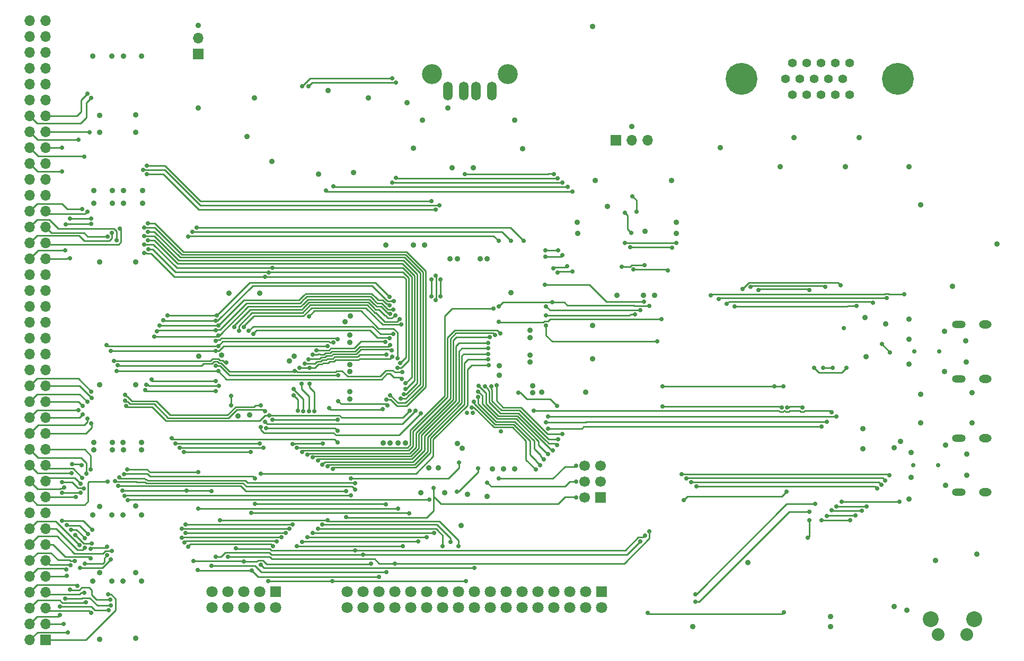
<source format=gbr>
%TF.GenerationSoftware,KiCad,Pcbnew,9.0.0*%
%TF.CreationDate,2025-05-18T10:37:10+02:00*%
%TF.ProjectId,HexAgon,48657841-676f-46e2-9e6b-696361645f70,rev?*%
%TF.SameCoordinates,Original*%
%TF.FileFunction,Copper,L4,Bot*%
%TF.FilePolarity,Positive*%
%FSLAX46Y46*%
G04 Gerber Fmt 4.6, Leading zero omitted, Abs format (unit mm)*
G04 Created by KiCad (PCBNEW 9.0.0) date 2025-05-18 10:37:10*
%MOMM*%
%LPD*%
G01*
G04 APERTURE LIST*
%TA.AperFunction,ComponentPad*%
%ADD10R,1.700000X1.700000*%
%TD*%
%TA.AperFunction,ComponentPad*%
%ADD11O,1.700000X1.700000*%
%TD*%
%TA.AperFunction,ComponentPad*%
%ADD12O,2.200000X1.200000*%
%TD*%
%TA.AperFunction,ComponentPad*%
%ADD13O,2.000000X1.300000*%
%TD*%
%TA.AperFunction,ComponentPad*%
%ADD14C,1.700000*%
%TD*%
%TA.AperFunction,ComponentPad*%
%ADD15C,2.540000*%
%TD*%
%TA.AperFunction,ComponentPad*%
%ADD16C,2.032000*%
%TD*%
%TA.AperFunction,ComponentPad*%
%ADD17R,1.750000X1.750000*%
%TD*%
%TA.AperFunction,ComponentPad*%
%ADD18C,1.800000*%
%TD*%
%TA.AperFunction,ComponentPad*%
%ADD19O,1.500000X3.000000*%
%TD*%
%TA.AperFunction,ComponentPad*%
%ADD20C,3.200000*%
%TD*%
%TA.AperFunction,ComponentPad*%
%ADD21C,1.400000*%
%TD*%
%TA.AperFunction,ComponentPad*%
%ADD22C,5.100000*%
%TD*%
%TA.AperFunction,ViaPad*%
%ADD23C,0.700000*%
%TD*%
%TA.AperFunction,ViaPad*%
%ADD24C,0.900000*%
%TD*%
%TA.AperFunction,Conductor*%
%ADD25C,0.250000*%
%TD*%
G04 APERTURE END LIST*
D10*
%TO.P,J2,1,Pin_1*%
%TO.N,/EZ80/rcA15*%
X86040000Y-144540000D03*
D11*
%TO.P,J2,2,Pin_2*%
%TO.N,/EZ80/rcA14*%
X83500000Y-144540000D03*
%TO.P,J2,3,Pin_3*%
%TO.N,/EZ80/rcA13*%
X86040000Y-142000000D03*
%TO.P,J2,4,Pin_4*%
%TO.N,/EZ80/rcA12*%
X83500000Y-142000000D03*
%TO.P,J2,5,Pin_5*%
%TO.N,/EZ80/rcA11*%
X86040000Y-139460000D03*
%TO.P,J2,6,Pin_6*%
%TO.N,/EZ80/rcA10*%
X83500000Y-139460000D03*
%TO.P,J2,7,Pin_7*%
%TO.N,/EZ80/rcA9*%
X86040000Y-136920000D03*
%TO.P,J2,8,Pin_8*%
%TO.N,/EZ80/rcA8*%
X83500000Y-136920000D03*
%TO.P,J2,9,Pin_9*%
%TO.N,/EZ80/rcA7*%
X86040000Y-134380000D03*
%TO.P,J2,10,Pin_10*%
%TO.N,/EZ80/rcA6*%
X83500000Y-134380000D03*
%TO.P,J2,11,Pin_11*%
%TO.N,/EZ80/rcA5*%
X86040000Y-131840000D03*
%TO.P,J2,12,Pin_12*%
%TO.N,/EZ80/rcA4*%
X83500000Y-131840000D03*
%TO.P,J2,13,Pin_13*%
%TO.N,/EZ80/rcA3*%
X86040000Y-129300000D03*
%TO.P,J2,14,Pin_14*%
%TO.N,/EZ80/rcA2*%
X83500000Y-129300000D03*
%TO.P,J2,15,Pin_15*%
%TO.N,/EZ80/rcA1*%
X86040000Y-126760000D03*
%TO.P,J2,16,Pin_16*%
%TO.N,/EZ80/rcA0*%
X83500000Y-126760000D03*
%TO.P,J2,17,Pin_17*%
%TO.N,GND*%
X86040000Y-124220000D03*
%TO.P,J2,18,Pin_18*%
%TO.N,+5Vrc*%
X83500000Y-124220000D03*
%TO.P,J2,19,Pin_19*%
%TO.N,/EZ80/~{rcM1}*%
X86040000Y-121680000D03*
%TO.P,J2,20,Pin_20*%
%TO.N,/EZ80/~{rcRESET}*%
X83500000Y-121680000D03*
%TO.P,J2,21,Pin_21*%
%TO.N,/EZ80/rcCLOCK*%
X86040000Y-119140000D03*
%TO.P,J2,22,Pin_22*%
%TO.N,/EZ80/INT*%
X83500000Y-119140000D03*
%TO.P,J2,23,Pin_23*%
%TO.N,/EZ80/~{rcMREQ}*%
X86040000Y-116600000D03*
%TO.P,J2,24,Pin_24*%
%TO.N,/EZ80/~{rcWR}*%
X83500000Y-116600000D03*
%TO.P,J2,25,Pin_25*%
%TO.N,/EZ80/~{rcRD}*%
X86040000Y-114060000D03*
%TO.P,J2,26,Pin_26*%
%TO.N,/EZ80/~{rcIORQ}*%
X83500000Y-114060000D03*
%TO.P,J2,27,Pin_27*%
%TO.N,/EZ80/rcD0*%
X86040000Y-111520000D03*
%TO.P,J2,28,Pin_28*%
%TO.N,/EZ80/rcD1*%
X83500000Y-111520000D03*
%TO.P,J2,29,Pin_29*%
%TO.N,/EZ80/rcD2*%
X86040000Y-108980000D03*
%TO.P,J2,30,Pin_30*%
%TO.N,/EZ80/rcD3*%
X83500000Y-108980000D03*
%TO.P,J2,31,Pin_31*%
%TO.N,/EZ80/rcD4*%
X86040000Y-106440000D03*
%TO.P,J2,32,Pin_32*%
%TO.N,/EZ80/rcD5*%
X83500000Y-106440000D03*
%TO.P,J2,33,Pin_33*%
%TO.N,/EZ80/rcD6*%
X86040000Y-103900000D03*
%TO.P,J2,34,Pin_34*%
%TO.N,/EZ80/rcD7*%
X83500000Y-103900000D03*
%TO.P,J2,35,Pin_35*%
%TO.N,/EZ80/TX*%
X86040000Y-101360000D03*
%TO.P,J2,36,Pin_36*%
%TO.N,/EZ80/RX*%
X83500000Y-101360000D03*
%TO.P,J2,37,Pin_37*%
%TO.N,/EZ80/USER1*%
X86040000Y-98820000D03*
%TO.P,J2,38,Pin_38*%
%TO.N,/EZ80/USER2*%
X83500000Y-98820000D03*
%TO.P,J2,39,Pin_39*%
%TO.N,/EZ80/USER3*%
X86040000Y-96280000D03*
%TO.P,J2,40,Pin_40*%
%TO.N,/EZ80/USER4*%
X83500000Y-96280000D03*
%TO.P,J2,41,Pin_41*%
%TO.N,unconnected-(J2-Pin_41-Pad41)*%
X86040000Y-93740000D03*
%TO.P,J2,42,Pin_42*%
%TO.N,unconnected-(J2-Pin_42-Pad42)*%
X83500000Y-93740000D03*
%TO.P,J2,43,Pin_43*%
%TO.N,unconnected-(J2-Pin_43-Pad43)*%
X86040000Y-91200000D03*
%TO.P,J2,44,Pin_44*%
%TO.N,unconnected-(J2-Pin_44-Pad44)*%
X83500000Y-91200000D03*
%TO.P,J2,45,Pin_45*%
%TO.N,unconnected-(J2-Pin_45-Pad45)*%
X86040000Y-88660000D03*
%TO.P,J2,46,Pin_46*%
%TO.N,unconnected-(J2-Pin_46-Pad46)*%
X83500000Y-88660000D03*
%TO.P,J2,47,Pin_47*%
%TO.N,unconnected-(J2-Pin_47-Pad47)*%
X86040000Y-86120000D03*
%TO.P,J2,48,Pin_48*%
%TO.N,unconnected-(J2-Pin_48-Pad48)*%
X83500000Y-86120000D03*
%TO.P,J2,49,Pin_49*%
%TO.N,/EZ80/rcA23*%
X86040000Y-83580000D03*
%TO.P,J2,50,Pin_50*%
%TO.N,/EZ80/rcA22*%
X83500000Y-83580000D03*
%TO.P,J2,51,Pin_51*%
%TO.N,/EZ80/rcA21*%
X86040000Y-81040000D03*
%TO.P,J2,52,Pin_52*%
%TO.N,/EZ80/rcA20*%
X83500000Y-81040000D03*
%TO.P,J2,53,Pin_53*%
%TO.N,/EZ80/rcA19*%
X86040000Y-78500000D03*
%TO.P,J2,54,Pin_54*%
%TO.N,/EZ80/rcA18*%
X83500000Y-78500000D03*
%TO.P,J2,55,Pin_55*%
%TO.N,/EZ80/rcA17*%
X86040000Y-75960000D03*
%TO.P,J2,56,Pin_56*%
%TO.N,/EZ80/rcA16*%
X83500000Y-75960000D03*
%TO.P,J2,57,Pin_57*%
%TO.N,GND*%
X86040000Y-73420000D03*
%TO.P,J2,58,Pin_58*%
%TO.N,+5Vrc*%
X83500000Y-73420000D03*
%TO.P,J2,59,Pin_59*%
%TO.N,/EZ80/~{rcRFSH}*%
X86040000Y-70880000D03*
%TO.P,J2,60,Pin_60*%
%TO.N,/EZ80/rcPAGE*%
X83500000Y-70880000D03*
%TO.P,J2,61,Pin_61*%
%TO.N,/EZ80/rcCLOCK2*%
X86040000Y-68340000D03*
%TO.P,J2,62,Pin_62*%
%TO.N,/EZ80/~{rcBUSACK}*%
X83500000Y-68340000D03*
%TO.P,J2,63,Pin_63*%
%TO.N,/EZ80/~{rcHALT}*%
X86040000Y-65800000D03*
%TO.P,J2,64,Pin_64*%
%TO.N,/EZ80/~{rcBUSREQ}*%
X83500000Y-65800000D03*
%TO.P,J2,65,Pin_65*%
%TO.N,/EZ80/~{rcWAIT}*%
X86040000Y-63260000D03*
%TO.P,J2,66,Pin_66*%
%TO.N,/EZ80/~{rcNMI}*%
X83500000Y-63260000D03*
%TO.P,J2,67,Pin_67*%
%TO.N,/EZ80/~{rcCS1}*%
X86040000Y-60720000D03*
%TO.P,J2,68,Pin_68*%
%TO.N,/EZ80/~{rcCS2}*%
X83500000Y-60720000D03*
%TO.P,J2,69,Pin_69*%
%TO.N,/EZ80/D10*%
X86040000Y-58180000D03*
%TO.P,J2,70,Pin_70*%
%TO.N,/EZ80/D11*%
X83500000Y-58180000D03*
%TO.P,J2,71,Pin_71*%
%TO.N,/EZ80/D12*%
X86040000Y-55640000D03*
%TO.P,J2,72,Pin_72*%
%TO.N,/EZ80/D13*%
X83500000Y-55640000D03*
%TO.P,J2,73,Pin_73*%
%TO.N,/EZ80/D14*%
X86040000Y-53100000D03*
%TO.P,J2,74,Pin_74*%
%TO.N,/EZ80/D15*%
X83500000Y-53100000D03*
%TO.P,J2,75,Pin_75*%
%TO.N,/EZ80/TX2*%
X86040000Y-50560000D03*
%TO.P,J2,76,Pin_76*%
%TO.N,/EZ80/RX2*%
X83500000Y-50560000D03*
%TO.P,J2,77,Pin_77*%
%TO.N,/EZ80/USER5*%
X86040000Y-48020000D03*
%TO.P,J2,78,Pin_78*%
%TO.N,/EZ80/USER6*%
X83500000Y-48020000D03*
%TO.P,J2,79,Pin_79*%
%TO.N,/EZ80/USER7*%
X86040000Y-45480000D03*
%TO.P,J2,80,Pin_80*%
%TO.N,/EZ80/USER8*%
X83500000Y-45480000D03*
%TD*%
D12*
%TO.P,USBC_UART0,0,SHELL*%
%TO.N,Net-(USBC_UART0-SHELL)*%
X231955312Y-94101038D03*
X231955312Y-102741038D03*
D13*
X236135312Y-94101038D03*
X236135312Y-102741038D03*
%TD*%
%TO.P,USBC_OTG0,0,SHELL*%
%TO.N,Net-(USBC_OTG0-SHELL)*%
X236135312Y-120920000D03*
X236135312Y-112280000D03*
D12*
X231955312Y-120920000D03*
X231955312Y-112280000D03*
%TD*%
D10*
%TO.P,ZDI1,1,1*%
%TO.N,+3.3V*%
X174670000Y-121740000D03*
D14*
%TO.P,ZDI1,2,2*%
%TO.N,/EZ80/~{RESET}*%
X172130000Y-121740000D03*
%TO.P,ZDI1,3,3*%
%TO.N,GND*%
X174670000Y-119200000D03*
%TO.P,ZDI1,4,4*%
%TO.N,/EZ80 ports/EZ80_TCK*%
X172130000Y-119200000D03*
%TO.P,ZDI1,5,5*%
%TO.N,GND*%
X174670000Y-116660000D03*
%TO.P,ZDI1,6,6*%
%TO.N,/EZ80 ports/EZ80_TDI*%
X172130000Y-116660000D03*
%TD*%
D15*
%TO.P,BTN1,0*%
%TO.N,N/C*%
X227389600Y-141200000D03*
X234400000Y-141200000D03*
D16*
%TO.P,BTN1,1*%
%TO.N,GND*%
X228634200Y-143689200D03*
%TO.P,BTN1,2*%
%TO.N,/EZ80/~{RESET}*%
X233155400Y-143689200D03*
%TD*%
D10*
%TO.P,J1,1*%
%TO.N,Net-(X1-HOT_L)*%
X177175000Y-64600000D03*
D11*
%TO.P,J1,2*%
%TO.N,GND*%
X179715000Y-64600000D03*
%TO.P,J1,3*%
%TO.N,Net-(X1-COLD_R)*%
X182255000Y-64600000D03*
%TD*%
D17*
%TO.P,GPIO1,1,1*%
%TO.N,GND*%
X174830000Y-136807500D03*
D18*
%TO.P,GPIO1,2,2*%
%TO.N,+5V_USB*%
X174830000Y-139347500D03*
%TO.P,GPIO1,3,3*%
%TO.N,GND*%
X172290000Y-136807500D03*
%TO.P,GPIO1,4,4*%
%TO.N,+5V_USB*%
X172290000Y-139347500D03*
%TO.P,GPIO1,5,5*%
%TO.N,/EZ80/PA0*%
X169750000Y-136807500D03*
%TO.P,GPIO1,6,6*%
%TO.N,/EZ80/PA1*%
X169750000Y-139347500D03*
%TO.P,GPIO1,7,7*%
%TO.N,/EZ80/PA2*%
X167210000Y-136807500D03*
%TO.P,GPIO1,8,8*%
%TO.N,/EZ80/PA3*%
X167210000Y-139347500D03*
%TO.P,GPIO1,9,9*%
%TO.N,/EZ80/PA4*%
X164670000Y-136807500D03*
%TO.P,GPIO1,10,10*%
%TO.N,/EZ80/PA5*%
X164670000Y-139347500D03*
%TO.P,GPIO1,11,11*%
%TO.N,/EZ80/PA6*%
X162130000Y-136807500D03*
%TO.P,GPIO1,12,12*%
%TO.N,/EZ80/PA7*%
X162130000Y-139347500D03*
%TO.P,GPIO1,13,13*%
%TO.N,/EZ80/PD4*%
X159590000Y-136807500D03*
%TO.P,GPIO1,14,14*%
%TO.N,/EZ80/PD5*%
X159590000Y-139347500D03*
%TO.P,GPIO1,15,15*%
%TO.N,/EZ80/PD6*%
X157050000Y-136807500D03*
%TO.P,GPIO1,16,16*%
%TO.N,/EZ80/PD7*%
X157050000Y-139347500D03*
%TO.P,GPIO1,17,17*%
%TO.N,/EZ80/PC0*%
X154510000Y-136807500D03*
%TO.P,GPIO1,18,18*%
%TO.N,/EZ80/PC1*%
X154510000Y-139347500D03*
%TO.P,GPIO1,19,19*%
%TO.N,/EZ80/PC2*%
X151970000Y-136807500D03*
%TO.P,GPIO1,20,20*%
%TO.N,/EZ80/PC3*%
X151970000Y-139347500D03*
%TO.P,GPIO1,21,21*%
%TO.N,/EZ80/PC4*%
X149430000Y-136807500D03*
%TO.P,GPIO1,22,22*%
%TO.N,/EZ80/PC5*%
X149430000Y-139347500D03*
%TO.P,GPIO1,23,23*%
%TO.N,/EZ80/PC6*%
X146890000Y-136807500D03*
%TO.P,GPIO1,24,24*%
%TO.N,/EZ80/PC7*%
X146890000Y-139347500D03*
%TO.P,GPIO1,25,25*%
%TO.N,GND*%
X144350000Y-136807500D03*
%TO.P,GPIO1,26,26*%
%TO.N,/EZ80 ports/GPIO_B5*%
X144350000Y-139347500D03*
%TO.P,GPIO1,27,27*%
%TO.N,/ESP32/ESP_SPI_MOSI*%
X141810000Y-136807500D03*
%TO.P,GPIO1,28,28*%
%TO.N,/EZ80/CLOCK*%
X141810000Y-139347500D03*
%TO.P,GPIO1,29,29*%
%TO.N,/EZ80 ports/EZ80_SDA*%
X139270000Y-136807500D03*
%TO.P,GPIO1,30,30*%
%TO.N,/EZ80 ports/EZ80_SCL*%
X139270000Y-139347500D03*
%TO.P,GPIO1,31,31*%
%TO.N,/ESP32/ESP_SPI_SCLK*%
X136730000Y-136807500D03*
%TO.P,GPIO1,32,32*%
%TO.N,/ESP32/ESP_SPI_MISO*%
X136730000Y-139347500D03*
%TO.P,GPIO1,33,33*%
%TO.N,GND*%
X134190000Y-136807500D03*
%TO.P,GPIO1,34,34*%
%TO.N,+3.3V*%
X134190000Y-139347500D03*
%TD*%
D17*
%TO.P,UEXT1,1,1*%
%TO.N,+3.3V*%
X122760000Y-136780830D03*
D18*
%TO.P,UEXT1,2,2*%
%TO.N,GND*%
X122760000Y-139320830D03*
%TO.P,UEXT1,3,3*%
%TO.N,/EZ80/PC0*%
X120220000Y-136780830D03*
%TO.P,UEXT1,4,4*%
%TO.N,/EZ80/PC1*%
X120220000Y-139320830D03*
%TO.P,UEXT1,5,5*%
%TO.N,/EZ80 ports/EZ80_SCL*%
X117680000Y-136780830D03*
%TO.P,UEXT1,6,6*%
%TO.N,/EZ80 ports/EZ80_SDA*%
X117680000Y-139320830D03*
%TO.P,UEXT1,7,7*%
%TO.N,/ESP32/ESP_SPI_MOSI*%
X115140000Y-136780830D03*
%TO.P,UEXT1,8,8*%
%TO.N,/ESP32/ESP_SPI_MISO*%
X115140000Y-139320830D03*
%TO.P,UEXT1,9,9*%
%TO.N,/ESP32/ESP_SPI_SCLK*%
X112600000Y-136780830D03*
%TO.P,UEXT1,10,10*%
%TO.N,/EZ80/PC2*%
X112600000Y-139320830D03*
%TD*%
D10*
%TO.P,BT1,1,+*%
%TO.N,Net-(BT1-+)*%
X110400000Y-50775000D03*
D11*
%TO.P,BT1,2,-*%
%TO.N,GND*%
X110400000Y-48235000D03*
%TD*%
D19*
%TO.P,USBA_KEYBOARD1,1,VBUS*%
%TO.N,+5V_USB*%
X157300000Y-56729000D03*
%TO.P,USBA_KEYBOARD1,2,D-*%
%TO.N,Net-(FET1-D)*%
X154800000Y-56729000D03*
%TO.P,USBA_KEYBOARD1,3,D+*%
%TO.N,Net-(FET2-D)*%
X152800000Y-56729000D03*
%TO.P,USBA_KEYBOARD1,4,GND*%
%TO.N,GND*%
X150300000Y-56729000D03*
D20*
%TO.P,USBA_KEYBOARD1,5,SHIELD*%
%TO.N,Net-(USBA_KEYBOARD1-SHIELD)*%
X159870000Y-54019000D03*
X147730000Y-54019000D03*
%TD*%
D21*
%TO.P,VGA1,1,Red*%
%TO.N,/Video/R*%
X205348840Y-57350000D03*
%TO.P,VGA1,2,Green*%
%TO.N,/Video/G*%
X207634840Y-57350000D03*
%TO.P,VGA1,3,Blue*%
%TO.N,/Video/B*%
X209920840Y-57350000D03*
%TO.P,VGA1,4,ID2/RES*%
%TO.N,unconnected-(VGA1-ID2{slash}RES-Pad4)*%
X212206840Y-57350000D03*
%TO.P,VGA1,5,GND*%
%TO.N,GND*%
X214492840Y-57350000D03*
%TO.P,VGA1,6,Red_RTN*%
X204205840Y-54810000D03*
%TO.P,VGA1,7,Green_RTN*%
X206491840Y-54810000D03*
%TO.P,VGA1,8,Blue_RTN*%
X208777840Y-54810000D03*
%TO.P,VGA1,9,Key/PWR*%
%TO.N,unconnected-(VGA1-Key{slash}PWR-Pad9)*%
X211063840Y-54810000D03*
%TO.P,VGA1,10,GND*%
%TO.N,GND*%
X213349840Y-54810000D03*
%TO.P,VGA1,11,ID0/RES*%
%TO.N,unconnected-(VGA1-ID0{slash}RES-Pad11)*%
X205348840Y-52270000D03*
%TO.P,VGA1,12,ID1/SDA*%
%TO.N,unconnected-(VGA1-ID1{slash}SDA-Pad12)*%
X207634840Y-52270000D03*
%TO.P,VGA1,13,HSync*%
%TO.N,/Video/VGA_HSYNC*%
X209920840Y-52270000D03*
%TO.P,VGA1,14,VSync*%
%TO.N,/Video/VGA_VSYNC*%
X212206840Y-52270000D03*
%TO.P,VGA1,15,ID3/SCL*%
%TO.N,unconnected-(VGA1-ID3{slash}SCL-Pad15)*%
X214492840Y-52270000D03*
D22*
%TO.P,VGA1,16,Shield1*%
%TO.N,GND*%
X222174840Y-54810000D03*
%TO.P,VGA1,17,Shield2*%
X197180840Y-54810000D03*
%TD*%
D23*
%TO.N,/ESP32 ports/VBUS2*%
X224600000Y-116600000D03*
D24*
%TO.N,+3.3V*%
X144800000Y-65900000D03*
D23*
%TO.N,/ESP32 ports/D-*%
X219600000Y-97220000D03*
X220900000Y-98530000D03*
%TO.N,/ESP32 ports/VBUS1*%
X224800000Y-98400000D03*
D24*
%TO.N,GND*%
X225800000Y-74900000D03*
X224000000Y-122000000D03*
D23*
%TO.N,/EZ80/A7*%
X101936531Y-104577576D03*
%TO.N,/EZ80/A6*%
X102121690Y-103696826D03*
%TO.N,/EZ80/A5*%
X102927000Y-102900000D03*
%TO.N,/EZ80/A7*%
X113200000Y-104702008D03*
%TO.N,/EZ80/A6*%
X113700000Y-103902008D03*
%TO.N,/EZ80/A5*%
X113200000Y-103102008D03*
%TO.N,/EZ80/A4*%
X103378000Y-95997923D03*
%TO.N,/EZ80/A3*%
X103829000Y-95144739D03*
%TO.N,/EZ80/A2*%
X104280000Y-94270976D03*
%TO.N,/EZ80/A1*%
X104825000Y-93404987D03*
%TO.N,/EZ80/A0*%
X105500000Y-92600000D03*
%TO.N,/EZ80 ports/EZ80_SDA*%
X110200000Y-78550000D03*
%TO.N,/EZ80/A8*%
X115700000Y-107000000D03*
X115700000Y-105502008D03*
%TO.N,/EZ80/A10*%
X108814341Y-129619890D03*
%TO.N,/EZ80/A11*%
X108248597Y-128919934D03*
%TO.N,/EZ80/A10*%
X122340108Y-129509892D03*
%TO.N,/EZ80/A11*%
X122938228Y-128811419D03*
%TO.N,/EZ80/~{RD}*%
X119500000Y-122800000D03*
%TO.N,/EZ80/A11*%
X126300772Y-107887532D03*
%TO.N,/EZ80/A13*%
X126900000Y-103502000D03*
%TO.N,/EZ80/A14*%
X128200000Y-103502000D03*
X128200000Y-101013093D03*
X129000000Y-107925000D03*
%TO.N,/EZ80/A13*%
X128099997Y-107925000D03*
%TO.N,/EZ80/A11*%
X125670406Y-105425000D03*
%TO.N,/EZ80/A12*%
X127199994Y-107925000D03*
X125655478Y-104431299D03*
%TO.N,/EZ80/A15*%
X125525000Y-113200000D03*
X130344184Y-113101000D03*
%TO.N,/EZ80/A12*%
X123682845Y-128136419D03*
X107790119Y-128145465D03*
%TO.N,/EZ80/A13*%
X124385348Y-127443661D03*
X108375000Y-127461419D03*
%TO.N,/EZ80/A14*%
X124960000Y-126751000D03*
X107779707Y-126751000D03*
%TO.N,/EZ80/A15*%
X108375000Y-126076000D03*
X125525000Y-126050000D03*
D24*
%TO.N,GND*%
X100400000Y-60500000D03*
X100400000Y-144300000D03*
X143508000Y-113000000D03*
X152600000Y-113900000D03*
X229600000Y-95200000D03*
X224000000Y-96400000D03*
X100400000Y-84100000D03*
X120200000Y-89100000D03*
X216599999Y-110738341D03*
X94700000Y-60600000D03*
X133900000Y-93600000D03*
X94700000Y-123200000D03*
X224000000Y-68800000D03*
X158500000Y-102200000D03*
X96600000Y-51100000D03*
X98500000Y-74700000D03*
X205600000Y-64200000D03*
X163400000Y-95000000D03*
X98500000Y-72600000D03*
X110487498Y-99125000D03*
X211400000Y-142400000D03*
X134600000Y-101579003D03*
X94700000Y-63300000D03*
X217100000Y-99200000D03*
X224324868Y-114520882D03*
X150324464Y-59400000D03*
X229600000Y-101600000D03*
X224301993Y-118524032D03*
X147241000Y-117000000D03*
X96700000Y-114100000D03*
X98400000Y-112900000D03*
X98500000Y-51100000D03*
X100400000Y-103700000D03*
X173800000Y-71000000D03*
X220200000Y-94000000D03*
X193800000Y-65800000D03*
X177307454Y-89399999D03*
D23*
X228600000Y-116600000D03*
D24*
X94700000Y-144400000D03*
X144800000Y-81400000D03*
X179715000Y-62400000D03*
X152400000Y-126200000D03*
X163850000Y-103862500D03*
X216000000Y-64200000D03*
X100400000Y-133800000D03*
X96600000Y-124500000D03*
X203400000Y-68800000D03*
X96600000Y-135100000D03*
X98500000Y-114100000D03*
X224000000Y-100400000D03*
X172300000Y-104900000D03*
X96700000Y-74700000D03*
X224000000Y-93200000D03*
X150600000Y-83600000D03*
X173400000Y-94200000D03*
X96700000Y-112900000D03*
X94700000Y-133800000D03*
X143800000Y-58600000D03*
X234800000Y-130800000D03*
X100400000Y-123100000D03*
X173400000Y-46400000D03*
X181516163Y-89417871D03*
X170995823Y-77712301D03*
D23*
X228800000Y-98400000D03*
D24*
X98400000Y-135100000D03*
X137600000Y-57800000D03*
X160400000Y-89000000D03*
X116800000Y-108700000D03*
X173400000Y-99600000D03*
X100400000Y-63300000D03*
X119400000Y-57800000D03*
X223600000Y-139800000D03*
X94700000Y-84100000D03*
X155499997Y-83600000D03*
X131200000Y-56600000D03*
X134600000Y-106000000D03*
X186779445Y-79483302D03*
X213800000Y-68800000D03*
X222600000Y-112800000D03*
X229800000Y-119800000D03*
X163400000Y-99000000D03*
X94700000Y-103700000D03*
X229800000Y-113400000D03*
X189400000Y-142400000D03*
X125777819Y-99122181D03*
X198249738Y-132183420D03*
X181800000Y-79200000D03*
X221600000Y-113800000D03*
D23*
X158731593Y-111177000D03*
D24*
X175800000Y-75200000D03*
X118200000Y-64000000D03*
X186000000Y-71000000D03*
X98400000Y-124500000D03*
X141100003Y-113000000D03*
X165300000Y-104900000D03*
X96700000Y-72600000D03*
D23*
X154272272Y-108204733D03*
D24*
X110400000Y-46200000D03*
X153400000Y-121200000D03*
X134600000Y-96946500D03*
D23*
%TO.N,/EZ80/~{RESET}*%
X97600000Y-119885000D03*
X148000000Y-120200000D03*
X170800000Y-121740000D03*
X213200000Y-122400000D03*
X222400000Y-122400000D03*
X134000000Y-120725000D03*
X182200000Y-140200000D03*
X134000000Y-124875000D03*
X204000000Y-140147500D03*
D24*
%TO.N,+3.3V*%
X156600000Y-121600000D03*
X158500000Y-100700000D03*
X135200000Y-69800000D03*
X134600000Y-100479000D03*
X154361040Y-69000000D03*
X146000000Y-121000000D03*
X156600000Y-83600000D03*
X129600000Y-70000000D03*
X228200000Y-131800000D03*
X134723143Y-92706912D03*
X146600000Y-81400000D03*
X118600000Y-108500000D03*
X101500000Y-72600000D03*
X101390000Y-114110000D03*
X163850000Y-104962503D03*
X163400000Y-100100003D03*
X161000000Y-117200000D03*
X170999999Y-79497084D03*
X186761186Y-77712165D03*
D23*
X153372315Y-108195713D03*
D24*
X125000000Y-99900000D03*
X216911000Y-93000000D03*
X151823947Y-113113334D03*
X134600000Y-95746500D03*
X101400000Y-51100000D03*
X101500000Y-74700000D03*
X140000000Y-113000000D03*
X183292441Y-89395110D03*
X142308000Y-113000000D03*
X140400000Y-81400000D03*
X159200000Y-117200000D03*
X148800000Y-117000000D03*
X150961040Y-69000000D03*
X216604150Y-113946040D03*
X110400000Y-59400000D03*
X114155631Y-98971690D03*
X101390000Y-112910000D03*
X230900000Y-88000000D03*
X162200000Y-65930000D03*
X211400000Y-140800000D03*
X149800000Y-121000000D03*
X115300000Y-89100000D03*
X157400000Y-117200000D03*
X134600000Y-104800000D03*
X101400000Y-124500000D03*
X122200000Y-68000000D03*
X151800000Y-83600000D03*
X101400000Y-135100000D03*
X163400000Y-96200000D03*
D23*
%TO.N,Net-(C16-+)*%
X178100000Y-84800000D03*
X181739127Y-84544215D03*
D24*
%TO.N,+5V_USB*%
X161000000Y-61400000D03*
X146200000Y-61400000D03*
D23*
X213556290Y-94637649D03*
D24*
X238000000Y-81200000D03*
X221600000Y-139200000D03*
X225800000Y-109800000D03*
X225800000Y-105200000D03*
D23*
%TO.N,Net-(U9-VNEG)*%
X178575000Y-76201770D03*
X179600000Y-79400000D03*
D24*
%TO.N,+5Vrc*%
X93700000Y-112900000D03*
X93700000Y-72600000D03*
X93600000Y-124500000D03*
X93700000Y-114100000D03*
X93700000Y-74700000D03*
X93600000Y-135100000D03*
X93600000Y-51100000D03*
%TO.N,/ESP32 ports/VBUS2*%
X234000000Y-109800000D03*
X233200000Y-118200000D03*
X233200000Y-114800000D03*
%TO.N,/ESP32 ports/VBUS1*%
X233063060Y-100093254D03*
X234070101Y-104953265D03*
X233050334Y-96718126D03*
D23*
%TO.N,/ESP32 ports/KCLK*%
X167200000Y-70001000D03*
X153000000Y-70000000D03*
%TO.N,/EZ80/PA7*%
X154124535Y-107316941D03*
X164350000Y-117281946D03*
%TO.N,/EZ80/PC7*%
X127004986Y-128825000D03*
X158657641Y-95465885D03*
X127004987Y-114451000D03*
X145576000Y-128800000D03*
%TO.N,/EZ80/PC1*%
X131800000Y-135100000D03*
X153200000Y-135100000D03*
X156726000Y-99690382D03*
X131938914Y-117177000D03*
X121559000Y-135100000D03*
%TO.N,/EZ80/PA1*%
X157206840Y-103977693D03*
X167925000Y-112400000D03*
%TO.N,/EZ80/PC2*%
X131099233Y-116729647D03*
X131100000Y-125375000D03*
X151970000Y-129525000D03*
X113900000Y-125400000D03*
X156726000Y-98790379D03*
%TO.N,/EZ80/PA0*%
X168600000Y-111600000D03*
X158092465Y-103817465D03*
%TO.N,/EZ80/PC6*%
X127900612Y-114902000D03*
X146890000Y-128100000D03*
X127900000Y-128125000D03*
X157797755Y-95731594D03*
%TO.N,/EZ80/PC4*%
X156726000Y-96990373D03*
X129561893Y-115804000D03*
X129547659Y-126725000D03*
X149430000Y-129500000D03*
%TO.N,/EZ80/PA5*%
X165625000Y-115668176D03*
X155114822Y-105700588D03*
%TO.N,/EZ80/PC0*%
X156819348Y-100585530D03*
X120400000Y-117925000D03*
X120400000Y-132500000D03*
X154510000Y-133000000D03*
%TO.N,/EZ80/PC3*%
X150744000Y-128856000D03*
X130260947Y-126050000D03*
X156726000Y-97890376D03*
X130236893Y-116472015D03*
%TO.N,/EZ80/PA3*%
X167025000Y-114221194D03*
X155240814Y-103898558D03*
%TO.N,/EZ80/PD5*%
X161557907Y-105012500D03*
X167700000Y-107100000D03*
%TO.N,/ESP32/ESP_SPI_MOSI*%
X132000000Y-72000000D03*
X158400000Y-91200000D03*
X182475000Y-91114293D03*
X169348101Y-84755695D03*
X167000000Y-90471986D03*
X141810000Y-132300000D03*
X115140000Y-131225000D03*
X169400000Y-72077321D03*
X182451000Y-127200000D03*
X167151000Y-85105594D03*
%TO.N,/EZ80/PA4*%
X166320396Y-114781138D03*
X155120059Y-104790423D03*
%TO.N,/ESP32/ESP_SPI_SCLK*%
X130800000Y-72600000D03*
X113225000Y-131225000D03*
X167822702Y-85777298D03*
X170200000Y-85600000D03*
X166000000Y-91200000D03*
X136730000Y-130925000D03*
X181010000Y-128790000D03*
X181000000Y-91800000D03*
X170200000Y-72800000D03*
%TO.N,/EZ80 ports/GPIO_B5*%
X157564368Y-91534253D03*
X126200000Y-129500000D03*
X126200000Y-113800000D03*
X143100000Y-129525000D03*
%TO.N,/EZ80/CLOCK*%
X108850000Y-79986612D03*
X158400000Y-80700000D03*
X112500000Y-120700000D03*
X98343020Y-120616141D03*
X140500000Y-133700000D03*
X108574000Y-120676000D03*
X112550000Y-132700000D03*
%TO.N,/EZ80/PA6*%
X165025000Y-116555331D03*
X154450000Y-106440653D03*
%TO.N,/EZ80 ports/EZ80_SCL*%
X160400000Y-80700000D03*
X109652715Y-131900000D03*
X109525000Y-79225000D03*
X117680000Y-132025000D03*
X138000000Y-132325000D03*
%TO.N,/EZ80/PA2*%
X156237188Y-103940336D03*
X167725000Y-113384453D03*
%TO.N,/EZ80/PC5*%
X128716310Y-127425000D03*
X148116000Y-127400000D03*
X128743923Y-115353000D03*
X156976724Y-96126000D03*
%TO.N,/EZ80 ports/EZ80_SDA*%
X110327715Y-133317690D03*
X119000000Y-133400000D03*
X162400000Y-80700000D03*
X139270000Y-134425000D03*
%TO.N,/ESP32/ESP_SPI_MISO*%
X128000000Y-56000000D03*
X165874000Y-82200000D03*
X167800000Y-70725000D03*
X135500000Y-130225000D03*
X165800000Y-87687500D03*
X181609032Y-90413552D03*
X142000000Y-55400000D03*
X142000000Y-70600000D03*
X116400000Y-129874000D03*
X167925000Y-82195014D03*
X181754000Y-127846000D03*
%TO.N,/EZ80/rcD0*%
X93339326Y-109898297D03*
%TO.N,/EZ80/rcA8*%
X91100000Y-135900000D03*
%TO.N,/EZ80/rcD2*%
X91990891Y-108465000D03*
%TO.N,/EZ80/~{rcBUSACK}*%
X88700000Y-69600000D03*
X88700000Y-119275000D03*
X92141573Y-120280678D03*
%TO.N,/EZ80/~{rcRESET}*%
X95900000Y-119200000D03*
%TO.N,/EZ80/~{rcWAIT}*%
X93100000Y-63300000D03*
%TO.N,/EZ80/rcD4*%
X91947670Y-107115000D03*
%TO.N,/EZ80/rcA16*%
X91895014Y-75597507D03*
%TO.N,/EZ80/~{rcRD}*%
X93240143Y-117222254D03*
%TO.N,/EZ80/rcA9*%
X92200000Y-136976636D03*
%TO.N,/EZ80/rcA13*%
X89177298Y-137925000D03*
X88900000Y-142000000D03*
X96463174Y-138997594D03*
%TO.N,/EZ80/rcA15*%
X96053224Y-137261598D03*
%TO.N,/EZ80/rcA20*%
X96613163Y-79451000D03*
%TO.N,/EZ80/~{rcMREQ}*%
X91900000Y-118600000D03*
%TO.N,/EZ80/rcA23*%
X93300000Y-77100000D03*
X89925000Y-77100000D03*
X89925000Y-83500000D03*
%TO.N,/EZ80/~{rcWR}*%
X90236288Y-116425000D03*
X90207702Y-117862298D03*
X91800000Y-116600000D03*
%TO.N,/EZ80/rcD7*%
X93358664Y-104832909D03*
%TO.N,/EZ80/rcCLOCK*%
X91620000Y-119547216D03*
%TO.N,/EZ80/rcA10*%
X92450000Y-138550000D03*
%TO.N,/EZ80/rcA6*%
X92827663Y-127575000D03*
X89391401Y-126175000D03*
X89375000Y-133222702D03*
%TO.N,/EZ80/rcD6*%
X93361160Y-105790000D03*
%TO.N,/EZ80/rcA7*%
X93515043Y-126949215D03*
X89400000Y-134300000D03*
X88700000Y-125500000D03*
%TO.N,/EZ80/INT*%
X89007570Y-120120816D03*
%TO.N,/EZ80/rcD3*%
X91275000Y-107800000D03*
%TO.N,/EZ80/rcA22*%
X89200000Y-82200000D03*
X89250000Y-78100000D03*
X93300000Y-78000000D03*
%TO.N,/EZ80/rcD1*%
X92711702Y-109135673D03*
%TO.N,/EZ80/rcA4*%
X93400000Y-129090000D03*
X90800000Y-127800000D03*
X90725000Y-131930733D03*
%TO.N,/EZ80/rcA19*%
X95900000Y-80000000D03*
%TO.N,/EZ80/~{rcCS2}*%
X93300000Y-57800000D03*
%TO.N,/EZ80/rcA18*%
X97400000Y-80600000D03*
%TO.N,/EZ80/~{rcIORQ}*%
X92575000Y-117900000D03*
%TO.N,/EZ80/~{rcHALT}*%
X88700000Y-121005000D03*
X88700000Y-65800000D03*
X91620000Y-121014138D03*
%TO.N,/EZ80/rcA21*%
X97877298Y-78722702D03*
%TO.N,/EZ80/rcA5*%
X92278143Y-128287764D03*
X90066401Y-126875000D03*
X90050000Y-132588031D03*
%TO.N,/EZ80/rcA2*%
X96600000Y-130300000D03*
%TO.N,/EZ80/rcA12*%
X88300000Y-139225000D03*
X96092092Y-139817535D03*
X88300000Y-140575000D03*
%TO.N,/EZ80/rcA3*%
X93200000Y-131500000D03*
X95867638Y-129625000D03*
X93195780Y-129966527D03*
%TO.N,/EZ80/rcA17*%
X92700000Y-76000000D03*
%TO.N,/EZ80/~{rcM1}*%
X90900000Y-121700000D03*
%TO.N,/EZ80/~{rcCS1}*%
X92716241Y-57115000D03*
%TO.N,/EZ80/rcA1*%
X92316393Y-129775000D03*
X95867642Y-130975000D03*
X92304986Y-132325000D03*
%TO.N,/EZ80/rcA0*%
X91500000Y-133000000D03*
X96451231Y-131660146D03*
X91452783Y-129407376D03*
%TO.N,/EZ80/rcD5*%
X92686230Y-106465000D03*
%TO.N,/EZ80/~{rcBUSREQ}*%
X92200000Y-67200000D03*
%TO.N,/EZ80/rcA14*%
X96377722Y-138101066D03*
X89900000Y-136500000D03*
X89600000Y-143300000D03*
%TO.N,/EZ80/rcA11*%
X93300000Y-140189000D03*
%TO.N,/EZ80/~{rcNMI}*%
X91300000Y-64500000D03*
%TO.N,/EZ80 ports/EZ80_SS_SD*%
X168600000Y-71400000D03*
X141400000Y-71400000D03*
X165874000Y-83205620D03*
X141400000Y-54725000D03*
X127000000Y-56000000D03*
X168600000Y-83000000D03*
%TO.N,/ESP32 ports/BOOT_MODE*%
X206925000Y-107325000D03*
X204500003Y-107325000D03*
X188000000Y-122200000D03*
X204410000Y-120800000D03*
%TO.N,/ESP32 ports/DTR*%
X208800000Y-101000000D03*
X214000000Y-101000000D03*
%TO.N,/EZ80/~{IORQ}*%
X135500000Y-119500000D03*
X97793987Y-118525000D03*
%TO.N,/ESP32/R0*%
X220800000Y-118200000D03*
X187600000Y-118000000D03*
%TO.N,/ESP32/R1*%
X220125000Y-119000000D03*
X188400000Y-118675000D03*
%TO.N,/ESP32/G1*%
X199928620Y-88526000D03*
X208040000Y-88526000D03*
%TO.N,/ESP32/R2*%
X219525000Y-119677321D03*
X189200000Y-119326000D03*
%TO.N,/ESP32/G2*%
X210580000Y-88075000D03*
X198649380Y-88075000D03*
%TO.N,/ESP32/R3*%
X218850000Y-120312308D03*
X190000000Y-120001000D03*
%TO.N,/ESP32/G3*%
X213000000Y-87800000D03*
X197400000Y-88400000D03*
%TO.N,Net-(U9-OUTL)*%
X180400000Y-76000000D03*
X179800000Y-73600000D03*
%TO.N,/ESP32/ESP_TxD*%
X215400000Y-124600000D03*
X166000000Y-109700000D03*
X210800000Y-109600000D03*
X210800000Y-124725000D03*
%TO.N,/ESP32/B0*%
X196115000Y-91200000D03*
X215600000Y-91074000D03*
%TO.N,/ESP32/B1*%
X218200000Y-90600000D03*
X194845000Y-90800000D03*
%TO.N,/ESP32/B2*%
X220400000Y-89800000D03*
X193600000Y-90000000D03*
%TO.N,/ESP32/B3*%
X192305000Y-89400000D03*
X223200000Y-89200000D03*
%TO.N,/ESP32/ESP_RTS*%
X211600000Y-123800000D03*
X211600000Y-108125000D03*
X216400000Y-123875000D03*
X164000000Y-107900000D03*
%TO.N,/EZ80/~{MREQ}*%
X135500000Y-120500000D03*
X97121275Y-119122882D03*
%TO.N,/EZ80/~{BUSACK}*%
X152100000Y-116200000D03*
X134800000Y-118725000D03*
X98609439Y-121475807D03*
X134800000Y-121400000D03*
%TO.N,/EZ80/~{BUSREQ}*%
X149075000Y-89562500D03*
X149100000Y-86900000D03*
X101600000Y-69300000D03*
X148915002Y-74979998D03*
%TO.N,/EZ80/~{CS2}*%
X120200000Y-113100000D03*
X132675000Y-111100000D03*
X106773000Y-113075000D03*
X121255413Y-110686754D03*
%TO.N,/EZ80/~{CS3}*%
X132675000Y-112900000D03*
X106200695Y-112266170D03*
%TO.N,/EZ80 ports/EZ80_TCK*%
X170800000Y-119200000D03*
X156600000Y-119400000D03*
%TO.N,/EZ80 ports/EZ80_TDI*%
X158400000Y-118725000D03*
X170800000Y-116660000D03*
%TO.N,/EZ80/~{WAIT}*%
X147700000Y-86900000D03*
X147700000Y-74325000D03*
X102236398Y-68625000D03*
X147696178Y-89550640D03*
%TO.N,/EZ80/~{NMI}*%
X148380614Y-90135064D03*
X148375000Y-75700000D03*
X148375000Y-86263602D03*
X102176168Y-69991401D03*
%TO.N,/ESP32/ESP_CTS*%
X217200000Y-123200000D03*
X212400000Y-108800000D03*
X166300000Y-108800000D03*
X212400000Y-123200000D03*
%TO.N,/EZ80/~{CS0}*%
X113200000Y-96700000D03*
X132705643Y-96416366D03*
%TO.N,/ESP32/ESP_RxD*%
X210000000Y-110400000D03*
X214600000Y-125400000D03*
X210000000Y-125400000D03*
X166300000Y-110700000D03*
%TO.N,/EZ80/~{CS1}*%
X122300000Y-109300000D03*
X107448000Y-113779010D03*
X132675000Y-109300000D03*
X120800000Y-113800000D03*
%TO.N,/EZ80/~{RD}*%
X98581194Y-118025000D03*
X140400000Y-122850000D03*
%TO.N,/EZ80/~{WR}*%
X142300000Y-123525000D03*
X99048335Y-117225000D03*
X110410025Y-117672000D03*
X110410025Y-123525000D03*
%TO.N,/EZ80/~{HALT}*%
X99139710Y-122203005D03*
X155100000Y-117100000D03*
X151775000Y-120800000D03*
X147325000Y-122100000D03*
%TO.N,/ESP32/ESP_SPI_SS*%
X180200000Y-92475000D03*
X166000000Y-92600000D03*
%TO.N,/EZ80/~{M1}*%
X118825571Y-114500000D03*
X108123000Y-114500000D03*
X118900000Y-124200000D03*
X144100000Y-124300000D03*
%TO.N,/ESP32 ports/HOST_TXD*%
X189800000Y-137200000D03*
X209000000Y-122800000D03*
%TO.N,/Audio/ESP_I2S_SD*%
X179400000Y-81675000D03*
X186125000Y-81800000D03*
%TO.N,/Audio/ESP_I2S_BCK*%
X178600000Y-81000000D03*
X186800000Y-81000000D03*
%TO.N,/ESP32/ESP_INT_GENERAL*%
X166000001Y-94199999D03*
X203600000Y-107325000D03*
X184600000Y-107200000D03*
X183725000Y-96800000D03*
%TO.N,/ESP32 ports/HOST_RXD*%
X208000000Y-124000000D03*
X189800000Y-138400000D03*
X210200000Y-101000000D03*
X211800000Y-101000000D03*
%TO.N,/Audio/ESP_I2S_WS*%
X179951379Y-85261895D03*
X185400000Y-85400000D03*
%TO.N,/EZ80/A4*%
X141039800Y-92398562D03*
X113612427Y-95822754D03*
%TO.N,/EZ80/A15*%
X128077298Y-92777298D03*
X142265374Y-99447250D03*
%TO.N,/EZ80/A9*%
X119232362Y-95623116D03*
X140986018Y-96295288D03*
%TO.N,/EZ80/A11*%
X141028346Y-97352289D03*
X128698774Y-98925000D03*
%TO.N,/EZ80/A10*%
X129313678Y-98176529D03*
X140279587Y-96852925D03*
%TO.N,/EZ80/A1*%
X113181717Y-93473130D03*
X141622055Y-90367818D03*
%TO.N,/EZ80/A7*%
X142855998Y-94057056D03*
X117700000Y-94500000D03*
%TO.N,/EZ80/A14*%
X141400000Y-99200000D03*
X126600000Y-101000000D03*
%TO.N,/EZ80/A18*%
X101800000Y-81249000D03*
X143523792Y-103475000D03*
X122300000Y-85000000D03*
%TO.N,/EZ80/A3*%
X141600000Y-91694161D03*
X113181046Y-95032871D03*
%TO.N,/EZ80/A8*%
X118500000Y-95100000D03*
X141561703Y-95603486D03*
%TO.N,/EZ80/A17*%
X102500000Y-82000000D03*
X121700000Y-85725000D03*
X142251152Y-101025000D03*
%TO.N,/EZ80/DATA3*%
X113602493Y-101504986D03*
X142925000Y-102800000D03*
X97377000Y-101500000D03*
%TO.N,/EZ80/DATA0*%
X132000000Y-96975000D03*
X95800000Y-97400000D03*
X113602493Y-97504986D03*
%TO.N,/EZ80/DATA1*%
X131325000Y-107400000D03*
X131046406Y-97501000D03*
X139877527Y-107647351D03*
X113195976Y-98307948D03*
X96475000Y-98300000D03*
%TO.N,/EZ80/A13*%
X127400000Y-100308599D03*
X140451612Y-98862500D03*
%TO.N,/EZ80/A5*%
X116200000Y-94500000D03*
X141909778Y-92629089D03*
%TO.N,/EZ80/DATA7*%
X120375000Y-107025000D03*
X120375000Y-110500000D03*
X98775000Y-105320829D03*
X145976089Y-108312500D03*
%TO.N,/EZ80/DATA6*%
X145148634Y-107870226D03*
X121050000Y-107926435D03*
X121050000Y-109600000D03*
X98775000Y-106220832D03*
%TO.N,/EZ80/A0*%
X113400000Y-92600000D03*
X140957339Y-89667243D03*
%TO.N,/EZ80/A2*%
X113630610Y-94253193D03*
X141000000Y-91018243D03*
%TO.N,/EZ80/A12*%
X141350541Y-98192643D03*
X128031854Y-99633599D03*
%TO.N,/EZ80/DATA4*%
X143000000Y-101700000D03*
X97514342Y-100610541D03*
X125844697Y-101500707D03*
%TO.N,/EZ80/A6*%
X116900000Y-95100000D03*
X142613298Y-93190395D03*
%TO.N,/EZ80/DATA2*%
X132800000Y-106300000D03*
X113200000Y-100700000D03*
X140670805Y-107025000D03*
X132800000Y-102152000D03*
X114946203Y-100153797D03*
X96926000Y-99929469D03*
%TO.N,/EZ80/A16*%
X142691406Y-100240029D03*
X121100000Y-86400000D03*
X101800000Y-82600000D03*
%TO.N,/EZ80/DATA5*%
X98877298Y-107115000D03*
X144205833Y-107858431D03*
X121725000Y-108600000D03*
%TO.N,/EZ80/A20*%
X101800000Y-79898000D03*
X143310000Y-105244451D03*
%TO.N,/EZ80/A23*%
X102388029Y-77865658D03*
X140511171Y-106071671D03*
%TO.N,/EZ80/A22*%
X101800000Y-78547000D03*
X141106283Y-105396510D03*
%TO.N,/EZ80/A19*%
X102394729Y-80573502D03*
X143541822Y-104374820D03*
%TO.N,/EZ80/A21*%
X142738596Y-105939793D03*
X102394728Y-79222498D03*
%TO.N,/ESP32/HSYNC*%
X207800000Y-128200000D03*
X208000000Y-125400000D03*
%TO.N,/ESP32/VSYNC*%
X203875000Y-104000000D03*
X184600000Y-104000000D03*
X184400000Y-93200000D03*
X202465000Y-104000000D03*
X158400000Y-93600000D03*
%TO.N,/EZ80/~{RD}*%
X119500000Y-118725000D03*
%TD*%
D25*
%TO.N,/ESP32 ports/D-*%
X220900000Y-98530000D02*
X220900000Y-98520000D01*
X220900000Y-98520000D02*
X219600000Y-97220000D01*
%TO.N,/EZ80/~{NMI}*%
X148400000Y-86288602D02*
X148375000Y-86263602D01*
X148380614Y-90135064D02*
X148400000Y-90115678D01*
X148400000Y-90115678D02*
X148400000Y-86288602D01*
%TO.N,/EZ80/~{BUSREQ}*%
X149075000Y-89562500D02*
X149100000Y-89537500D01*
X149100000Y-89537500D02*
X149100000Y-86900000D01*
%TO.N,/EZ80/~{WAIT}*%
X147696178Y-89550640D02*
X147700000Y-89546818D01*
X147700000Y-89546818D02*
X147700000Y-86900000D01*
%TO.N,/EZ80/rcA20*%
X96613163Y-80242846D02*
X96613163Y-79451000D01*
%TO.N,/EZ80/DATA2*%
X112976000Y-99573000D02*
X112976500Y-99573500D01*
X112976500Y-99573500D02*
X113106301Y-99573500D01*
X112733181Y-99573000D02*
X112976000Y-99573000D01*
X96926000Y-99929469D02*
X96955469Y-99900000D01*
X113106301Y-99573500D02*
X113106801Y-99574000D01*
X112406181Y-99900000D02*
X112733181Y-99573000D01*
X96955469Y-99900000D02*
X112406181Y-99900000D01*
X113106801Y-99574000D02*
X113293199Y-99574000D01*
X113293699Y-99573500D02*
X113667319Y-99573500D01*
X113667319Y-99573500D02*
X113891819Y-99798000D01*
X113293199Y-99574000D02*
X113293699Y-99573500D01*
X113891819Y-99798000D02*
X114273620Y-99798000D01*
X114273620Y-99798000D02*
X114629417Y-100153797D01*
X114629417Y-100153797D02*
X114946203Y-100153797D01*
%TO.N,/EZ80/~{CS2}*%
X106773000Y-113075000D02*
X106798000Y-113100000D01*
X106798000Y-113100000D02*
X120200000Y-113100000D01*
%TO.N,/EZ80/~{CS1}*%
X107448000Y-113779010D02*
X107468990Y-113800000D01*
X107468990Y-113800000D02*
X120800000Y-113800000D01*
%TO.N,/EZ80/CLOCK*%
X108850000Y-79986612D02*
X108936612Y-79900000D01*
X108936612Y-79900000D02*
X157600000Y-79900000D01*
X157600000Y-79900000D02*
X158400000Y-80700000D01*
%TO.N,/EZ80 ports/EZ80_SCL*%
X109525000Y-79225000D02*
X158925000Y-79225000D01*
X158925000Y-79225000D02*
X160400000Y-80700000D01*
%TO.N,/EZ80 ports/EZ80_SDA*%
X160250000Y-78550000D02*
X162400000Y-80700000D01*
X110200000Y-78550000D02*
X160250000Y-78550000D01*
%TO.N,/EZ80/A5*%
X102927000Y-102900000D02*
X102927000Y-103100000D01*
X102929008Y-103102008D02*
X113200000Y-103102008D01*
X102927000Y-103100000D02*
X102929008Y-103102008D01*
%TO.N,/EZ80/A6*%
X102121690Y-103696826D02*
X102354312Y-103696826D01*
X102354312Y-103696826D02*
X102559494Y-103902008D01*
X102559494Y-103902008D02*
X113700000Y-103902008D01*
%TO.N,/EZ80/~{MREQ}*%
X118100000Y-120000000D02*
X135000000Y-120000000D01*
X97121275Y-119122882D02*
X97198393Y-119200000D01*
X97198393Y-119200000D02*
X100500000Y-119200000D01*
X100624000Y-119324000D02*
X101980009Y-119324000D01*
X117573000Y-119473000D02*
X118100000Y-120000000D01*
X100500000Y-119200000D02*
X100624000Y-119324000D01*
X135000000Y-120000000D02*
X135500000Y-120500000D01*
X101980009Y-119324000D02*
X102129009Y-119473000D01*
X102129009Y-119473000D02*
X117573000Y-119473000D01*
%TO.N,/EZ80/~{WR}*%
X99048335Y-117225000D02*
X102247814Y-117225000D01*
X102247814Y-117225000D02*
X102693814Y-117671000D01*
X102693814Y-117671000D02*
X103007492Y-117671000D01*
X103007492Y-117671000D02*
X103008492Y-117672000D01*
X103008492Y-117672000D02*
X110410025Y-117672000D01*
%TO.N,/EZ80/~{RD}*%
X98581194Y-118025000D02*
X98706194Y-117900000D01*
X102285004Y-117900000D02*
X102727483Y-118342479D01*
X98706194Y-117900000D02*
X102285004Y-117900000D01*
X102727483Y-118342479D02*
X102727483Y-118347000D01*
X102727483Y-118347000D02*
X119122000Y-118347000D01*
X119122000Y-118347000D02*
X119500000Y-118725000D01*
%TO.N,/EZ80/~{IORQ}*%
X97968987Y-118700000D02*
X101825000Y-118700000D01*
X135400000Y-119400000D02*
X135500000Y-119500000D01*
X119780009Y-119401000D02*
X119781009Y-119400000D01*
X102166819Y-118873000D02*
X102315819Y-119022000D01*
X117922000Y-119022000D02*
X118300000Y-119400000D01*
X101825000Y-118700000D02*
X101998000Y-118873000D01*
X102315819Y-119022000D02*
X117922000Y-119022000D01*
X118300000Y-119400000D02*
X119218991Y-119400000D01*
X119218991Y-119400000D02*
X119219991Y-119401000D01*
X101998000Y-118873000D02*
X102166819Y-118873000D01*
X119219991Y-119401000D02*
X119780009Y-119401000D01*
X97793987Y-118525000D02*
X97968987Y-118700000D01*
X119781009Y-119400000D02*
X135400000Y-119400000D01*
%TO.N,/EZ80/~{RESET}*%
X118025000Y-120725000D02*
X134000000Y-120725000D01*
X101776000Y-119924000D02*
X117224000Y-119924000D01*
X97600000Y-119885000D02*
X101737000Y-119885000D01*
X101737000Y-119885000D02*
X101776000Y-119924000D01*
X117224000Y-119924000D02*
X118025000Y-120725000D01*
%TO.N,/EZ80/CLOCK*%
X99216141Y-120616141D02*
X99276000Y-120676000D01*
X98343020Y-120616141D02*
X99216141Y-120616141D01*
X99276000Y-120676000D02*
X112476000Y-120676000D01*
X112476000Y-120676000D02*
X112500000Y-120700000D01*
%TO.N,/EZ80/~{BUSACK}*%
X98609439Y-121475807D02*
X98685246Y-121400000D01*
X98685246Y-121400000D02*
X134800000Y-121400000D01*
%TO.N,/EZ80/~{HALT}*%
X99139710Y-122203005D02*
X99261995Y-122203005D01*
X99365000Y-122100000D02*
X147325000Y-122100000D01*
X99261995Y-122203005D02*
X99365000Y-122100000D01*
%TO.N,/EZ80/DATA7*%
X98775000Y-105320829D02*
X98999003Y-105544832D01*
X98999003Y-105544832D02*
X99055009Y-105544832D01*
X116389190Y-107273000D02*
X119327000Y-107273000D01*
X99055009Y-105544832D02*
X99810177Y-106300000D01*
X99810177Y-106300000D02*
X103700000Y-106300000D01*
X103700000Y-106300000D02*
X105974000Y-108574000D01*
X105974000Y-108574000D02*
X115088190Y-108574000D01*
X119327000Y-107273000D02*
X119575000Y-107025000D01*
X115088190Y-108574000D02*
X116389190Y-107273000D01*
X119575000Y-107025000D02*
X120375000Y-107025000D01*
%TO.N,/EZ80/DATA6*%
X98775000Y-106220832D02*
X98993168Y-106439000D01*
X115275000Y-109025000D02*
X116576000Y-107724000D01*
X116576000Y-107724000D02*
X120847565Y-107724000D01*
X98993168Y-106439000D02*
X99157307Y-106439000D01*
X103400000Y-106800000D02*
X105625000Y-109025000D01*
X99157307Y-106439000D02*
X99518307Y-106800000D01*
X99518307Y-106800000D02*
X103400000Y-106800000D01*
X105625000Y-109025000D02*
X115275000Y-109025000D01*
X120847565Y-107724000D02*
X121050000Y-107926435D01*
%TO.N,/EZ80/DATA5*%
X98877298Y-107115000D02*
X99048828Y-107286530D01*
X99048828Y-107286530D02*
X103026597Y-107286530D01*
X105216067Y-109476000D02*
X120217991Y-109476000D01*
X103026597Y-107286530D02*
X105216067Y-109476000D01*
X120217991Y-109476000D02*
X121093991Y-108600000D01*
X121093991Y-108600000D02*
X121725000Y-108600000D01*
%TO.N,/EZ80/DATA4*%
X97514342Y-100610541D02*
X97603801Y-100700000D01*
X113480509Y-100024500D02*
X113705009Y-100249000D01*
X97603801Y-100700000D02*
X110900000Y-100700000D01*
X115437810Y-101600000D02*
X125745404Y-101600000D01*
X110900000Y-100700000D02*
X111249000Y-100351000D01*
X111249000Y-100351000D02*
X112592991Y-100351000D01*
X112919491Y-100024500D02*
X112919991Y-100025000D01*
X112919991Y-100025000D02*
X113480009Y-100025000D01*
X125745404Y-101600000D02*
X125844697Y-101500707D01*
X113480009Y-100025000D02*
X113480509Y-100024500D01*
X112592991Y-100351000D02*
X112919491Y-100024500D01*
X113705009Y-100249000D02*
X114086810Y-100249000D01*
X114086810Y-100249000D02*
X115437810Y-101600000D01*
%TO.N,/EZ80/DATA3*%
X113597507Y-101500000D02*
X113602493Y-101504986D01*
X97377000Y-101500000D02*
X113597507Y-101500000D01*
%TO.N,/EZ80/DATA1*%
X113188028Y-98300000D02*
X113195976Y-98307948D01*
X96475000Y-98300000D02*
X113188028Y-98300000D01*
%TO.N,/EZ80/DATA0*%
X95800000Y-97400000D02*
X95900000Y-97500000D01*
X113597507Y-97500000D02*
X113602493Y-97504986D01*
X95900000Y-97500000D02*
X113597507Y-97500000D01*
%TO.N,/EZ80/A7*%
X102060963Y-104702008D02*
X101936531Y-104577576D01*
X113200000Y-104702008D02*
X102060963Y-104702008D01*
%TO.N,/EZ80/A4*%
X103378000Y-95997923D02*
X113602077Y-95997923D01*
X113602077Y-95997923D02*
X113612427Y-95987573D01*
X113612427Y-95987573D02*
X113612427Y-95822754D01*
%TO.N,/EZ80/A3*%
X103829000Y-95144739D02*
X103940868Y-95032871D01*
X103940868Y-95032871D02*
X113181046Y-95032871D01*
%TO.N,/EZ80/A2*%
X104297783Y-94253193D02*
X104280000Y-94270976D01*
X113630610Y-94253193D02*
X104297783Y-94253193D01*
%TO.N,/EZ80/A1*%
X104893143Y-93473130D02*
X104825000Y-93404987D01*
X113181717Y-93473130D02*
X104893143Y-93473130D01*
%TO.N,/EZ80/A0*%
X113400000Y-92600000D02*
X105500000Y-92600000D01*
%TO.N,/EZ80/~{CS3}*%
X106200695Y-112266170D02*
X106334525Y-112400000D01*
X132175000Y-112400000D02*
X132675000Y-112900000D01*
X106334525Y-112400000D02*
X132175000Y-112400000D01*
%TO.N,/EZ80/~{M1}*%
X108123000Y-114500000D02*
X118825571Y-114500000D01*
%TO.N,/EZ80/DATA2*%
X132800000Y-102152000D02*
X132752000Y-102200000D01*
X132752000Y-102200000D02*
X115400000Y-102200000D01*
X115400000Y-102200000D02*
X113900000Y-100700000D01*
X113900000Y-100700000D02*
X113200000Y-100700000D01*
%TO.N,/EZ80/DATA3*%
X113602493Y-101504986D02*
X114924507Y-102827000D01*
X139673000Y-102827000D02*
X140600000Y-101900000D01*
X140600000Y-101900000D02*
X141064114Y-101900000D01*
X114924507Y-102827000D02*
X139673000Y-102827000D01*
X141669210Y-102505096D02*
X142630096Y-102505096D01*
X142630096Y-102505096D02*
X142925000Y-102800000D01*
X141064114Y-101900000D02*
X141669210Y-102505096D01*
%TO.N,/EZ80/~{WR}*%
X110410025Y-123525000D02*
X142300000Y-123525000D01*
%TO.N,/EZ80/A8*%
X115700000Y-107000000D02*
X115700000Y-105502008D01*
%TO.N,/EZ80/A10*%
X108814341Y-129567566D02*
X109183907Y-129198000D01*
X122028216Y-129198000D02*
X122340108Y-129509892D01*
X108814341Y-129619890D02*
X108814341Y-129567566D01*
X109183907Y-129198000D02*
X122028216Y-129198000D01*
%TO.N,/EZ80 ports/EZ80_SCL*%
X119775000Y-132025000D02*
X119976000Y-131824000D01*
X120742991Y-131824000D02*
X121318991Y-132400000D01*
X119976000Y-131824000D02*
X120742991Y-131824000D01*
X109652715Y-131900000D02*
X117555000Y-131900000D01*
X117555000Y-131900000D02*
X117680000Y-132025000D01*
%TO.N,/EZ80 ports/EZ80_SDA*%
X110327715Y-133317690D02*
X110410025Y-133400000D01*
X110410025Y-133400000D02*
X119000000Y-133400000D01*
%TO.N,/EZ80/CLOCK*%
X119500000Y-132700000D02*
X120500000Y-133700000D01*
X112550000Y-132700000D02*
X119500000Y-132700000D01*
X120500000Y-133700000D02*
X140500000Y-133700000D01*
%TO.N,/ESP32/ESP_SPI_SCLK*%
X113225000Y-131225000D02*
X114075000Y-131225000D01*
X114075000Y-131225000D02*
X114751000Y-130549000D01*
X136705000Y-130900000D02*
X136730000Y-130925000D01*
X114751000Y-130549000D02*
X121786810Y-130549000D01*
X122137810Y-130900000D02*
X136705000Y-130900000D01*
X121786810Y-130549000D02*
X122137810Y-130900000D01*
%TO.N,/ESP32/ESP_SPI_MISO*%
X116400000Y-129874000D02*
X116526000Y-130000000D01*
X116526000Y-130000000D02*
X121875620Y-130000000D01*
X121875620Y-130000000D02*
X122100620Y-130225000D01*
X122100620Y-130225000D02*
X135500000Y-130225000D01*
%TO.N,/ESP32/ESP_SPI_MOSI*%
X115140000Y-131225000D02*
X121825000Y-131225000D01*
X139300000Y-132300000D02*
X141810000Y-132300000D01*
X121825000Y-131225000D02*
X122200000Y-131600000D01*
X122200000Y-131600000D02*
X138600000Y-131600000D01*
X138600000Y-131600000D02*
X139300000Y-132300000D01*
%TO.N,/EZ80 ports/EZ80_SCL*%
X117680000Y-132025000D02*
X119775000Y-132025000D01*
X121318991Y-132400000D02*
X137925000Y-132400000D01*
X137925000Y-132400000D02*
X138000000Y-132325000D01*
%TO.N,/EZ80/PC0*%
X120400000Y-132500000D02*
X120900000Y-133000000D01*
X120900000Y-133000000D02*
X154510000Y-133000000D01*
%TO.N,/EZ80/A11*%
X108248597Y-128919934D02*
X108519531Y-128649000D01*
X108519531Y-128649000D02*
X122775809Y-128649000D01*
X122775809Y-128649000D02*
X122938228Y-128811419D01*
%TO.N,/EZ80/~{M1}*%
X118900000Y-124200000D02*
X144000000Y-124200000D01*
X144000000Y-124200000D02*
X144100000Y-124300000D01*
%TO.N,/EZ80/~{RD}*%
X119500000Y-122800000D02*
X140350000Y-122800000D01*
X140350000Y-122800000D02*
X140400000Y-122850000D01*
%TO.N,/EZ80/PC0*%
X154114470Y-100585530D02*
X156819348Y-100585530D01*
X145218570Y-117925000D02*
X147965430Y-115178140D01*
X120400000Y-117925000D02*
X145218570Y-117925000D01*
X147965430Y-112437050D02*
X153408000Y-106994480D01*
X153408000Y-106994480D02*
X153408000Y-101292000D01*
X147965430Y-115178140D02*
X147965430Y-112437050D01*
X153408000Y-101292000D02*
X154114470Y-100585530D01*
%TO.N,/EZ80/A11*%
X125670406Y-105425000D02*
X126300772Y-106055366D01*
X126300772Y-106055366D02*
X126300772Y-107887532D01*
%TO.N,/EZ80/A12*%
X127199994Y-107925000D02*
X127199994Y-105999994D01*
X127199994Y-105999994D02*
X125655478Y-104455478D01*
X125655478Y-104455478D02*
X125655478Y-104431299D01*
%TO.N,/EZ80/A13*%
X126900000Y-104400000D02*
X128100000Y-105600000D01*
X126900000Y-103502000D02*
X126900000Y-104400000D01*
X128100000Y-105600000D02*
X128100000Y-107924997D01*
X128100000Y-107924997D02*
X128099997Y-107925000D01*
%TO.N,/EZ80/A14*%
X129000000Y-107925000D02*
X129000000Y-104900000D01*
X129000000Y-104900000D02*
X128200000Y-104100000D01*
X128200000Y-104100000D02*
X128200000Y-103502000D01*
X126613093Y-101013093D02*
X128200000Y-101013093D01*
%TO.N,/EZ80/A10*%
X131603415Y-97900000D02*
X135300000Y-97900000D01*
X135300000Y-97900000D02*
X136400000Y-96800000D01*
X129327662Y-98190513D02*
X130185487Y-98190513D01*
X130185487Y-98190513D02*
X130199000Y-98177000D01*
X129313678Y-98176529D02*
X129327662Y-98190513D01*
X130199000Y-98177000D02*
X131326415Y-98177000D01*
X136400000Y-96800000D02*
X140226662Y-96800000D01*
X140226662Y-96800000D02*
X140279587Y-96852925D01*
X131326415Y-98177000D02*
X131603415Y-97900000D01*
%TO.N,/EZ80/DATA4*%
X139422584Y-102376000D02*
X140410783Y-101387801D01*
X126281419Y-101689093D02*
X132306898Y-101689093D01*
X134299567Y-102376000D02*
X139422584Y-102376000D01*
X141843991Y-101700000D02*
X143000000Y-101700000D01*
X125844697Y-101500707D02*
X126093033Y-101500707D01*
X126093033Y-101500707D02*
X126281419Y-101689093D01*
X132306898Y-101689093D02*
X132519991Y-101476000D01*
X132519991Y-101476000D02*
X133399567Y-101476000D01*
X133399567Y-101476000D02*
X134299567Y-102376000D01*
X141531792Y-101387801D02*
X141843991Y-101700000D01*
X140410783Y-101387801D02*
X141531792Y-101387801D01*
%TO.N,/EZ80/DATA7*%
X120375000Y-110500000D02*
X120375000Y-110875000D01*
X132394991Y-111776000D02*
X142512589Y-111776000D01*
X120375000Y-110875000D02*
X120900000Y-111400000D01*
X120900000Y-111400000D02*
X132018991Y-111400000D01*
X132018991Y-111400000D02*
X132394991Y-111776000D01*
X142512589Y-111776000D02*
X145976089Y-108312500D01*
%TO.N,/EZ80/A15*%
X130344184Y-113101000D02*
X130321184Y-113124000D01*
X130321184Y-113124000D02*
X125919991Y-113124000D01*
X125843991Y-113200000D02*
X125525000Y-113200000D01*
X125919991Y-113124000D02*
X125843991Y-113200000D01*
%TO.N,/EZ80/~{CS1}*%
X132675000Y-109300000D02*
X122300000Y-109300000D01*
%TO.N,/EZ80/~{CS2}*%
X132250000Y-110675000D02*
X132675000Y-111100000D01*
X121255413Y-110686754D02*
X121267167Y-110675000D01*
X121267167Y-110675000D02*
X132250000Y-110675000D01*
%TO.N,/EZ80/A12*%
X107799165Y-128136419D02*
X123682845Y-128136419D01*
X107790119Y-128145465D02*
X107799165Y-128136419D01*
%TO.N,/EZ80/A14*%
X107779707Y-126751000D02*
X124960000Y-126751000D01*
%TO.N,/EZ80/A13*%
X124367590Y-127461419D02*
X124385348Y-127443661D01*
X108375000Y-127461419D02*
X124367590Y-127461419D01*
%TO.N,/EZ80/A15*%
X108375000Y-126076000D02*
X125499000Y-126076000D01*
X125499000Y-126076000D02*
X125525000Y-126050000D01*
%TO.N,/EZ80/A11*%
X128698774Y-98925000D02*
X129447346Y-98925000D01*
X140780635Y-97600000D02*
X141028346Y-97352289D01*
X130480009Y-98852000D02*
X130704009Y-98628000D01*
X130704009Y-98628000D02*
X131513225Y-98628000D01*
X129572346Y-98800000D02*
X129867991Y-98800000D01*
X129867991Y-98800000D02*
X129919991Y-98852000D01*
X129447346Y-98925000D02*
X129572346Y-98800000D01*
X129919991Y-98852000D02*
X130480009Y-98852000D01*
X131513225Y-98628000D02*
X131790225Y-98351000D01*
X135486810Y-98351000D02*
X136237810Y-97600000D01*
X131790225Y-98351000D02*
X135486810Y-98351000D01*
X136237810Y-97600000D02*
X140780635Y-97600000D01*
%TO.N,/EZ80/A12*%
X130890819Y-99079000D02*
X131700035Y-99079000D01*
X135775620Y-98700000D02*
X135776463Y-98700000D01*
X136425463Y-98051000D02*
X141208898Y-98051000D01*
X130025355Y-99303000D02*
X130666819Y-99303000D01*
X128031854Y-99633599D02*
X128065453Y-99600000D01*
X130666819Y-99303000D02*
X130890819Y-99079000D01*
X131977035Y-98802000D02*
X135673620Y-98802000D01*
X129805009Y-99523346D02*
X130025355Y-99303000D01*
X128065453Y-99600000D02*
X129168337Y-99600000D01*
X129168337Y-99600000D02*
X129244991Y-99523346D01*
X129244991Y-99523346D02*
X129805009Y-99523346D01*
X141208898Y-98051000D02*
X141350541Y-98192643D01*
X131700035Y-99079000D02*
X131977035Y-98802000D01*
X135673620Y-98802000D02*
X135775620Y-98700000D01*
X135776463Y-98700000D02*
X136425463Y-98051000D01*
%TO.N,/EZ80/A13*%
X127400000Y-100308599D02*
X129050064Y-100308599D01*
X135962430Y-99151000D02*
X135963273Y-99151000D01*
X129307663Y-100051000D02*
X129355147Y-100051000D01*
X129991819Y-99974346D02*
X130212165Y-99754000D01*
X129355147Y-100051000D02*
X129431801Y-99974346D01*
X132163845Y-99253000D02*
X135860430Y-99253000D01*
X129431801Y-99974346D02*
X129991819Y-99974346D01*
X130212165Y-99754000D02*
X130853629Y-99754000D01*
X131077629Y-99530000D02*
X131886845Y-99530000D01*
X131886845Y-99530000D02*
X132163845Y-99253000D01*
X130853629Y-99754000D02*
X131077629Y-99530000D01*
X129050064Y-100308599D02*
X129307663Y-100051000D01*
X135860430Y-99253000D02*
X135962430Y-99151000D01*
X135963273Y-99151000D02*
X136251773Y-98862500D01*
X136251773Y-98862500D02*
X140451612Y-98862500D01*
%TO.N,/EZ80/A14*%
X132073655Y-99981000D02*
X132350655Y-99704000D01*
X126600000Y-101000000D02*
X126613093Y-101013093D01*
X130398975Y-100205000D02*
X131176000Y-100205000D01*
X131400000Y-99981000D02*
X132073655Y-99981000D01*
X126613093Y-101013093D02*
X127609714Y-101013093D01*
X129618611Y-100425346D02*
X130178629Y-100425346D01*
X130178629Y-100425346D02*
X130398975Y-100205000D01*
X127609714Y-101013093D02*
X127622807Y-101000000D01*
X128200000Y-101013093D02*
X129030864Y-101013093D01*
X136213583Y-99538500D02*
X141061500Y-99538500D01*
X129030864Y-101013093D02*
X129618611Y-100425346D01*
X131176000Y-100205000D02*
X131400000Y-99981000D01*
X132350655Y-99704000D02*
X136047240Y-99704000D01*
X136047240Y-99704000D02*
X136149240Y-99602000D01*
X136149240Y-99602000D02*
X136150083Y-99602000D01*
X136150083Y-99602000D02*
X136213583Y-99538500D01*
X141061500Y-99538500D02*
X141400000Y-99200000D01*
%TO.N,/EZ80/~{RESET}*%
X149200000Y-122800000D02*
X148000000Y-121600000D01*
X134000000Y-124875000D02*
X134101000Y-124976000D01*
X146924000Y-124976000D02*
X148000000Y-123900000D01*
X182200000Y-140200000D02*
X182400000Y-140400000D01*
X170800000Y-121740000D02*
X170760000Y-121700000D01*
X203747500Y-140400000D02*
X204000000Y-140147500D01*
X170760000Y-121700000D02*
X168986191Y-121700000D01*
X182400000Y-140400000D02*
X203747500Y-140400000D01*
X148000000Y-123900000D02*
X148000000Y-120200000D01*
X213200000Y-122400000D02*
X222400000Y-122400000D01*
X168986191Y-121700000D02*
X167886191Y-122800000D01*
X134101000Y-124976000D02*
X146924000Y-124976000D01*
X148000000Y-121600000D02*
X148000000Y-120200000D01*
X167886191Y-122800000D02*
X149200000Y-122800000D01*
%TO.N,Net-(C16-+)*%
X178100000Y-84800000D02*
X179400000Y-84800000D01*
X179655785Y-84544215D02*
X181739127Y-84544215D01*
X179400000Y-84800000D02*
X179655785Y-84544215D01*
%TO.N,Net-(U9-VNEG)*%
X179600000Y-79400000D02*
X179000000Y-78800000D01*
X179000000Y-78600000D02*
X179000000Y-76626770D01*
X179000000Y-78800000D02*
X179000000Y-78600000D01*
X179000000Y-76626770D02*
X178575000Y-76201770D01*
%TO.N,/ESP32 ports/KCLK*%
X167200000Y-70001000D02*
X167124000Y-69925000D01*
X167124000Y-69925000D02*
X166402204Y-69925000D01*
X166327204Y-70000000D02*
X153000000Y-70000000D01*
X166402204Y-69925000D02*
X166327204Y-70000000D01*
%TO.N,/EZ80/PA7*%
X154441321Y-107316941D02*
X157626380Y-110502000D01*
X162775000Y-115118991D02*
X162774000Y-115119991D01*
X162775000Y-112650620D02*
X162775000Y-115118991D01*
X162775000Y-115681009D02*
X162775000Y-115706946D01*
X154124535Y-107316941D02*
X154441321Y-107316941D01*
X162774000Y-115119991D02*
X162774000Y-115680009D01*
X160626380Y-110502000D02*
X162775000Y-112650620D01*
X162774000Y-115680009D02*
X162775000Y-115681009D01*
X157626380Y-110502000D02*
X160626380Y-110502000D01*
X162775000Y-115706946D02*
X164350000Y-117281946D01*
%TO.N,/EZ80/PC7*%
X158191756Y-95000000D02*
X151400000Y-95000000D01*
X127228987Y-114227000D02*
X127004987Y-114451000D01*
X144735000Y-113134620D02*
X144735000Y-113508240D01*
X143642620Y-114227000D02*
X132224000Y-114227000D01*
X150251000Y-96149000D02*
X150251000Y-105313190D01*
X144470810Y-113772430D02*
X144280430Y-113962810D01*
X144010810Y-114227000D02*
X143642620Y-114227000D01*
X127004986Y-128800000D02*
X127004986Y-128825000D01*
X158657641Y-95465885D02*
X158191756Y-95000000D01*
X150251000Y-105313190D02*
X150251000Y-105686810D01*
X144280430Y-113962810D02*
X144016240Y-114227000D01*
X150251000Y-105686810D02*
X149986810Y-105951000D01*
X145576000Y-128800000D02*
X127004986Y-128800000D01*
X151400000Y-95000000D02*
X150251000Y-96149000D01*
X144735000Y-111202810D02*
X144735000Y-113134620D01*
X144735000Y-113508240D02*
X144470810Y-113772430D01*
X149986810Y-105951000D02*
X144735000Y-111202810D01*
X144016240Y-114227000D02*
X144010810Y-114227000D01*
X132224000Y-114227000D02*
X127228987Y-114227000D01*
%TO.N,/EZ80/PC1*%
X153509618Y-99690382D02*
X152957000Y-100243000D01*
X152957000Y-100243000D02*
X152957000Y-106807670D01*
X132162914Y-116953000D02*
X131938914Y-117177000D01*
X135932620Y-116953000D02*
X132162914Y-116953000D01*
X143241570Y-116955000D02*
X143239570Y-116953000D01*
X131800000Y-135100000D02*
X121559000Y-135100000D01*
X145115100Y-116955000D02*
X143241570Y-116955000D01*
X152957000Y-106807670D02*
X147514430Y-112250240D01*
X156726000Y-99690382D02*
X153509618Y-99690382D01*
X147514430Y-114555670D02*
X145115100Y-116955000D01*
X147514430Y-112250240D02*
X147514430Y-114555670D01*
X153200000Y-135100000D02*
X131800000Y-135100000D01*
X143239570Y-116953000D02*
X135932620Y-116953000D01*
%TO.N,/EZ80/PA1*%
X166362190Y-112400000D02*
X166869726Y-112400000D01*
X157206840Y-104401877D02*
X157342813Y-104537850D01*
X157342813Y-104537850D02*
X157342813Y-106305003D01*
X157206840Y-103977693D02*
X157206840Y-104401877D01*
X157342813Y-106305003D02*
X158833810Y-107796000D01*
X167431744Y-112400000D02*
X167925000Y-112400000D01*
X166870726Y-112399000D02*
X167430744Y-112399000D01*
X166869726Y-112400000D02*
X166870726Y-112399000D01*
X161758190Y-107796000D02*
X166362190Y-112400000D01*
X158833810Y-107796000D02*
X161758190Y-107796000D01*
X167430744Y-112399000D02*
X167431744Y-112400000D01*
%TO.N,/EZ80/PC2*%
X143426380Y-116502000D02*
X135745810Y-116502000D01*
X148951000Y-125551000D02*
X131276000Y-125551000D01*
X144928290Y-116504000D02*
X143428380Y-116504000D01*
X131100000Y-125375000D02*
X113925000Y-125375000D01*
X151970000Y-129525000D02*
X151970000Y-128570000D01*
X135745810Y-116502000D02*
X131326880Y-116502000D01*
X156726000Y-98790379D02*
X152809621Y-98790379D01*
X131326880Y-116502000D02*
X131099233Y-116729647D01*
X152506000Y-99094000D02*
X152506000Y-106620860D01*
X152809621Y-98790379D02*
X152506000Y-99094000D01*
X147063430Y-114368860D02*
X144928290Y-116504000D01*
X152506000Y-106620860D02*
X147063430Y-112063430D01*
X113925000Y-125375000D02*
X113900000Y-125400000D01*
X147063430Y-112063430D02*
X147063430Y-114368860D01*
X143428380Y-116504000D02*
X143426380Y-116502000D01*
X131276000Y-125551000D02*
X131100000Y-125375000D01*
X151970000Y-128570000D02*
X148951000Y-125551000D01*
%TO.N,/EZ80/PA0*%
X166200000Y-111600000D02*
X168600000Y-111600000D01*
X158092465Y-103817465D02*
X158092465Y-103832831D01*
X159145000Y-107345000D02*
X161945000Y-107345000D01*
X158086434Y-106286434D02*
X159145000Y-107345000D01*
X161945000Y-107345000D02*
X166200000Y-111600000D01*
X158092465Y-103817465D02*
X158145070Y-103870070D01*
X158086434Y-103838862D02*
X158086434Y-106286434D01*
X158092465Y-103832831D02*
X158086434Y-103838862D01*
%TO.N,/EZ80/PC6*%
X157797755Y-95731594D02*
X157517161Y-95451000D01*
X132924000Y-114678000D02*
X128124612Y-114678000D01*
X144203050Y-114678000D02*
X132924000Y-114678000D01*
X145186000Y-111389620D02*
X145186000Y-113695050D01*
X151586810Y-95451000D02*
X150702000Y-96335810D01*
X146890000Y-128100000D02*
X127925000Y-128100000D01*
X127925000Y-128100000D02*
X127900000Y-128125000D01*
X150702000Y-105873620D02*
X145186000Y-111389620D01*
X145186000Y-113695050D02*
X144203050Y-114678000D01*
X150702000Y-96335810D02*
X150702000Y-105873620D01*
X128124612Y-114678000D02*
X127900612Y-114902000D01*
X157517161Y-95451000D02*
X151586810Y-95451000D01*
%TO.N,/EZ80/PC4*%
X148792000Y-127142002D02*
X148792000Y-127119991D01*
X151604000Y-97496000D02*
X151604000Y-106247240D01*
X144554670Y-115602000D02*
X143802000Y-115602000D01*
X152100000Y-97000000D02*
X151604000Y-97496000D01*
X148792000Y-127119991D02*
X148396009Y-126724000D01*
X146088000Y-111763240D02*
X146088000Y-114068670D01*
X147834991Y-126725000D02*
X129547659Y-126725000D01*
X143802000Y-115602000D02*
X143800000Y-115600000D01*
X129765893Y-115600000D02*
X129561893Y-115804000D01*
X148396009Y-126724000D02*
X147835991Y-126724000D01*
X156726000Y-96990373D02*
X156716373Y-97000000D01*
X149430000Y-127780002D02*
X148792000Y-127142002D01*
X149430000Y-129500000D02*
X149430000Y-127780002D01*
X146088000Y-114068670D02*
X144554670Y-115602000D01*
X151604000Y-106247240D02*
X146088000Y-111763240D01*
X156716373Y-97000000D02*
X152100000Y-97000000D01*
X147835991Y-126724000D02*
X147834991Y-126725000D01*
X143800000Y-115600000D02*
X134804000Y-115600000D01*
X134804000Y-115600000D02*
X129765893Y-115600000D01*
%TO.N,/EZ80/PA5*%
X165100000Y-114975156D02*
X165100000Y-115143176D01*
X155114822Y-105700588D02*
X155125000Y-105710766D01*
X155125000Y-106725000D02*
X158000000Y-109600000D01*
X161000000Y-109600000D02*
X164125000Y-112725000D01*
X164125000Y-112725000D02*
X164125000Y-114000156D01*
X164125000Y-114000156D02*
X165100000Y-114975156D01*
X165100000Y-115143176D02*
X165625000Y-115668176D01*
X158000000Y-109600000D02*
X161000000Y-109600000D01*
X155125000Y-105710766D02*
X155125000Y-106725000D01*
%TO.N,/EZ80/PC3*%
X143613190Y-116051000D02*
X135559000Y-116051000D01*
X152509624Y-97890376D02*
X152055000Y-98345000D01*
X146544525Y-111944525D02*
X146544525Y-114249955D01*
X148550000Y-126050000D02*
X150744000Y-128244000D01*
X156726000Y-97890376D02*
X152509624Y-97890376D01*
X152055000Y-98345000D02*
X152055000Y-106434050D01*
X146544525Y-114249955D02*
X144741480Y-116053000D01*
X152055000Y-106434050D02*
X146544525Y-111944525D01*
X135559000Y-116051000D02*
X130657908Y-116051000D01*
X143615190Y-116053000D02*
X143613190Y-116051000D01*
X150744000Y-128244000D02*
X150744000Y-128856000D01*
X130260947Y-126050000D02*
X148550000Y-126050000D01*
X144741480Y-116053000D02*
X143615190Y-116053000D01*
X130657908Y-116051000D02*
X130236893Y-116472015D01*
%TO.N,/EZ80/PA3*%
X156400000Y-105057744D02*
X156400000Y-106724380D01*
X158373620Y-108698000D02*
X161384570Y-108698000D01*
X166238282Y-113526000D02*
X166933476Y-114221194D01*
X166212570Y-113526000D02*
X166238282Y-113526000D01*
X155240814Y-103898558D02*
X156400000Y-105057744D01*
X161384570Y-108698000D02*
X166212570Y-113526000D01*
X156400000Y-106724380D02*
X158373620Y-108698000D01*
X166933476Y-114221194D02*
X167025000Y-114221194D01*
%TO.N,/EZ80/PD5*%
X166600000Y-106000000D02*
X162900000Y-106000000D01*
X161912500Y-105012500D02*
X161557907Y-105012500D01*
X162900000Y-106000000D02*
X161912500Y-105012500D01*
X167700000Y-107100000D02*
X166600000Y-106000000D01*
%TO.N,/ESP32/ESP_SPI_MOSI*%
X168895417Y-90508592D02*
X168895417Y-90471986D01*
X178456009Y-132300000D02*
X182451000Y-128305009D01*
X141810000Y-132300000D02*
X178456009Y-132300000D01*
X167352797Y-84903797D02*
X167151000Y-85105594D01*
X167000000Y-90471986D02*
X159128014Y-90471986D01*
X182475000Y-91114293D02*
X180114293Y-91114293D01*
X169199999Y-84903797D02*
X167352797Y-84903797D01*
X159128014Y-90471986D02*
X158400000Y-91200000D01*
X169386825Y-91000000D02*
X168895417Y-90508592D01*
X169348101Y-84755695D02*
X169199999Y-84903797D01*
X180114293Y-91114293D02*
X180000000Y-91000000D01*
X182451000Y-128305009D02*
X182451000Y-127200000D01*
X168895417Y-90471986D02*
X167000000Y-90471986D01*
X180000000Y-91000000D02*
X169386825Y-91000000D01*
X132077321Y-72077321D02*
X132000000Y-72000000D01*
X169400000Y-72077321D02*
X132077321Y-72077321D01*
%TO.N,/EZ80/PA4*%
X155120059Y-104790423D02*
X155159253Y-104790423D01*
X158186810Y-109149000D02*
X161197760Y-109149000D01*
X164800000Y-113371581D02*
X166209557Y-114781138D01*
X155800000Y-105431170D02*
X155800000Y-106762190D01*
X164800000Y-112751240D02*
X164800000Y-113371581D01*
X155159253Y-104790423D02*
X155800000Y-105431170D01*
X155800000Y-106762190D02*
X158186810Y-109149000D01*
X166209557Y-114781138D02*
X166320396Y-114781138D01*
X161197760Y-109149000D02*
X164800000Y-112751240D01*
%TO.N,/ESP32/ESP_SPI_SCLK*%
X167936369Y-85600000D02*
X170200000Y-85600000D01*
X181000000Y-91800000D02*
X166600000Y-91800000D01*
X131001948Y-72801948D02*
X130800000Y-72600000D01*
X136755000Y-130900000D02*
X178900000Y-130900000D01*
X170198052Y-72801948D02*
X131001948Y-72801948D01*
X136730000Y-130925000D02*
X136755000Y-130900000D01*
X167822702Y-85713667D02*
X167936369Y-85600000D01*
X167822702Y-85777298D02*
X167822702Y-85713667D01*
X166600000Y-91800000D02*
X166000000Y-91200000D01*
X170200000Y-72800000D02*
X170198052Y-72801948D01*
X178900000Y-130900000D02*
X181010000Y-128790000D01*
%TO.N,/EZ80 ports/GPIO_B5*%
X126224000Y-113776000D02*
X126200000Y-113800000D01*
X150965747Y-91534253D02*
X149800000Y-92700000D01*
X130724000Y-113776000D02*
X126224000Y-113776000D01*
X143100000Y-129500000D02*
X143100000Y-129525000D01*
X143829430Y-113776000D02*
X130724000Y-113776000D01*
X126200000Y-129500000D02*
X143100000Y-129500000D01*
X149800000Y-105500000D02*
X144284000Y-111016000D01*
X144284000Y-113321430D02*
X143829430Y-113776000D01*
X149800000Y-92700000D02*
X149800000Y-105500000D01*
X144284000Y-111016000D02*
X144284000Y-113321430D01*
X157564368Y-91534253D02*
X150965747Y-91534253D01*
%TO.N,/EZ80/PA6*%
X164425000Y-115873206D02*
X164425000Y-115955331D01*
X154450000Y-106440653D02*
X154450000Y-106687810D01*
X154450000Y-106687810D02*
X157813190Y-110051000D01*
X160813190Y-110051000D02*
X163450000Y-112687810D01*
X157813190Y-110051000D02*
X160813190Y-110051000D01*
X163450000Y-112687810D02*
X163450000Y-114898206D01*
X163450000Y-114898206D02*
X164425000Y-115873206D01*
X164425000Y-115955331D02*
X165025000Y-116555331D01*
%TO.N,/EZ80/PA2*%
X156891813Y-106118193D02*
X156891813Y-106491813D01*
X156530840Y-104233988D02*
X156530840Y-104257702D01*
X166175380Y-112851000D02*
X166399380Y-113075000D01*
X157156003Y-106756003D02*
X158382810Y-107982810D01*
X156891813Y-104724660D02*
X156891813Y-106118193D01*
X158647000Y-108247000D02*
X159020620Y-108247000D01*
X156755840Y-104482702D02*
X156755840Y-104588687D01*
X166399380Y-113075000D02*
X167415547Y-113075000D01*
X167415547Y-113075000D02*
X167725000Y-113384453D01*
X159020620Y-108247000D02*
X161571380Y-108247000D01*
X156237188Y-103940336D02*
X156530840Y-104233988D01*
X156530840Y-104257702D02*
X156755840Y-104482702D01*
X165911190Y-112586810D02*
X166175380Y-112851000D01*
X156755840Y-104588687D02*
X156891813Y-104724660D01*
X156891813Y-106491813D02*
X157156003Y-106756003D01*
X161571380Y-108247000D02*
X165911190Y-112586810D01*
X158382810Y-107982810D02*
X158647000Y-108247000D01*
%TO.N,/EZ80/PC5*%
X145637000Y-113881860D02*
X144389860Y-115129000D01*
X144389860Y-115129000D02*
X133771000Y-115129000D01*
X151153000Y-96616620D02*
X151153000Y-106060430D01*
X151153000Y-106060430D02*
X145637000Y-111576430D01*
X128967923Y-115129000D02*
X128743923Y-115353000D01*
X145637000Y-111576430D02*
X145637000Y-113881860D01*
X151643620Y-96126000D02*
X151153000Y-96616620D01*
X133771000Y-115129000D02*
X128967923Y-115129000D01*
X156976724Y-96126000D02*
X151643620Y-96126000D01*
X148116000Y-127400000D02*
X128716310Y-127400000D01*
X128716310Y-127400000D02*
X128716310Y-127425000D01*
%TO.N,/EZ80 ports/EZ80_SDA*%
X120025000Y-134425000D02*
X119000000Y-133400000D01*
X139270000Y-134425000D02*
X120025000Y-134425000D01*
%TO.N,/ESP32/ESP_SPI_MISO*%
X172887500Y-87687500D02*
X175600000Y-90400000D01*
X167751000Y-70676000D02*
X142076000Y-70676000D01*
X181486000Y-128114000D02*
X181754000Y-127846000D01*
X180729991Y-128114000D02*
X181486000Y-128114000D01*
X165874000Y-82200000D02*
X167920014Y-82200000D01*
X165800000Y-87687500D02*
X172887500Y-87687500D01*
X142076000Y-70676000D02*
X142000000Y-70600000D01*
X135525000Y-130200000D02*
X178643991Y-130200000D01*
X175600000Y-90400000D02*
X181595480Y-90400000D01*
X167920014Y-82200000D02*
X167925000Y-82195014D01*
X181595480Y-90400000D02*
X181609032Y-90413552D01*
X128600000Y-55400000D02*
X142000000Y-55400000D01*
X167800000Y-70725000D02*
X167751000Y-70676000D01*
X128000000Y-56000000D02*
X128600000Y-55400000D01*
X178643991Y-130200000D02*
X180729991Y-128114000D01*
X135500000Y-130225000D02*
X135525000Y-130200000D01*
%TO.N,/EZ80/rcD0*%
X92480000Y-111520000D02*
X86040000Y-111520000D01*
X93400000Y-110600000D02*
X92480000Y-111520000D01*
X93400000Y-109958971D02*
X93400000Y-110600000D01*
X93339326Y-109898297D02*
X93400000Y-109958971D01*
%TO.N,/EZ80/rcA8*%
X90900000Y-135700000D02*
X84720000Y-135700000D01*
X84720000Y-135700000D02*
X83500000Y-136920000D01*
X91100000Y-135900000D02*
X90900000Y-135700000D01*
%TO.N,/EZ80/rcD2*%
X91990891Y-108465000D02*
X91475891Y-108980000D01*
X91475891Y-108980000D02*
X86040000Y-108980000D01*
%TO.N,/EZ80/~{rcBUSACK}*%
X84760000Y-69600000D02*
X83500000Y-68340000D01*
X88700000Y-119275000D02*
X90275000Y-119275000D01*
X92083111Y-120222216D02*
X92141573Y-120280678D01*
X90275000Y-119275000D02*
X91222216Y-120222216D01*
X88700000Y-69600000D02*
X84760000Y-69600000D01*
X91222216Y-120222216D02*
X92083111Y-120222216D01*
%TO.N,/EZ80/~{rcRESET}*%
X92800000Y-119600000D02*
X92800000Y-119400000D01*
X92300000Y-122900000D02*
X92817573Y-122382427D01*
X83500000Y-121680000D02*
X84720000Y-122900000D01*
X92817573Y-122382427D02*
X92817573Y-119617573D01*
X92800000Y-119400000D02*
X93000000Y-119200000D01*
X92817573Y-119617573D02*
X92800000Y-119600000D01*
X92300000Y-122900000D02*
X84720000Y-122900000D01*
X93000000Y-119200000D02*
X95900000Y-119200000D01*
%TO.N,/EZ80/~{rcWAIT}*%
X86040000Y-63260000D02*
X93060000Y-63260000D01*
X93060000Y-63260000D02*
X93100000Y-63300000D01*
%TO.N,/EZ80/rcD4*%
X91272670Y-106440000D02*
X91947670Y-107115000D01*
X86040000Y-106440000D02*
X91272670Y-106440000D01*
%TO.N,/EZ80/rcA16*%
X88684000Y-74784000D02*
X89300000Y-75400000D01*
X89300000Y-75400000D02*
X89497507Y-75597507D01*
X89497507Y-75597507D02*
X91895014Y-75597507D01*
X83500000Y-75960000D02*
X84676000Y-74784000D01*
X84676000Y-74784000D02*
X88684000Y-74784000D01*
%TO.N,/EZ80/~{rcRD}*%
X86040000Y-114060000D02*
X92260000Y-114060000D01*
X92260000Y-114060000D02*
X93240143Y-115040143D01*
X93240143Y-115040143D02*
X93240143Y-117222254D01*
%TO.N,/EZ80/rcA9*%
X86320000Y-137200000D02*
X86040000Y-136920000D01*
X92200000Y-136976636D02*
X91698364Y-136976636D01*
X91698364Y-136976636D02*
X91475000Y-137200000D01*
X91475000Y-137200000D02*
X86320000Y-137200000D01*
%TO.N,/EZ80/rcA13*%
X91768991Y-137925000D02*
X91893991Y-137800000D01*
X89177298Y-137925000D02*
X91768991Y-137925000D01*
X96460768Y-139000000D02*
X96463174Y-138997594D01*
X88287956Y-142000000D02*
X88900000Y-142000000D01*
X93100000Y-137800000D02*
X94300000Y-139000000D01*
X91893991Y-137800000D02*
X93100000Y-137800000D01*
X94300000Y-139000000D02*
X96460768Y-139000000D01*
X88287956Y-142000000D02*
X86040000Y-142000000D01*
%TO.N,/EZ80/rcA15*%
X92460000Y-144540000D02*
X86040000Y-144540000D01*
X97200000Y-139800000D02*
X92460000Y-144540000D01*
X97200000Y-137967335D02*
X97200000Y-139800000D01*
X96494263Y-137261598D02*
X97200000Y-137967335D01*
X96053224Y-137261598D02*
X96494263Y-137261598D01*
%TO.N,/EZ80/rcA20*%
X96180009Y-80676000D02*
X96613163Y-80242846D01*
X91393289Y-79864000D02*
X92205289Y-80676000D01*
X92205289Y-80676000D02*
X96180009Y-80676000D01*
X84676000Y-79864000D02*
X91393289Y-79864000D01*
X83500000Y-81040000D02*
X84676000Y-79864000D01*
%TO.N,/EZ80/~{rcMREQ}*%
X86040000Y-116600000D02*
X86540000Y-117100000D01*
X90400000Y-117100000D02*
X91900000Y-118600000D01*
X86540000Y-117100000D02*
X90400000Y-117100000D01*
%TO.N,/EZ80/rcA23*%
X93300000Y-77100000D02*
X89925000Y-77100000D01*
X89500000Y-83500000D02*
X89420000Y-83580000D01*
X89420000Y-83580000D02*
X86040000Y-83580000D01*
X89925000Y-83500000D02*
X89500000Y-83500000D01*
%TO.N,/EZ80/~{rcWR}*%
X84762298Y-117862298D02*
X90207702Y-117862298D01*
X91625000Y-116425000D02*
X91800000Y-116600000D01*
X90236288Y-116425000D02*
X91625000Y-116425000D01*
X83500000Y-116600000D02*
X84762298Y-117862298D01*
%TO.N,/EZ80/rcD7*%
X93358664Y-104832909D02*
X91249755Y-102724000D01*
X91249755Y-102724000D02*
X84676000Y-102724000D01*
X84676000Y-102724000D02*
X83500000Y-103900000D01*
%TO.N,/EZ80/rcCLOCK*%
X86580000Y-118600000D02*
X86040000Y-119140000D01*
X90672784Y-118600000D02*
X86580000Y-118600000D01*
X91620000Y-119547216D02*
X90672784Y-118600000D01*
%TO.N,/EZ80/rcA10*%
X84760000Y-138200000D02*
X83500000Y-139460000D01*
X88700000Y-138600000D02*
X88300000Y-138200000D01*
X92050000Y-138600000D02*
X88700000Y-138600000D01*
X88300000Y-138200000D02*
X84760000Y-138200000D01*
X92450000Y-138550000D02*
X92100000Y-138550000D01*
X92100000Y-138550000D02*
X92050000Y-138600000D01*
%TO.N,/EZ80/rcA6*%
X91452663Y-126200000D02*
X92827663Y-127575000D01*
X84780000Y-133100000D02*
X89252298Y-133100000D01*
X89416401Y-126200000D02*
X91452663Y-126200000D01*
X83500000Y-134380000D02*
X84780000Y-133100000D01*
X89391401Y-126175000D02*
X89416401Y-126200000D01*
X89252298Y-133100000D02*
X89375000Y-133222702D01*
%TO.N,/EZ80/rcD6*%
X86040000Y-103900000D02*
X91471160Y-103900000D01*
X91471160Y-103900000D02*
X93361160Y-105790000D01*
%TO.N,/EZ80/rcA7*%
X89400000Y-134300000D02*
X89320000Y-134380000D01*
X89320000Y-134380000D02*
X86040000Y-134380000D01*
X88700000Y-125500000D02*
X92065828Y-125500000D01*
X92065828Y-125500000D02*
X93515043Y-126949215D01*
%TO.N,/EZ80/INT*%
X88419991Y-120329000D02*
X88348991Y-120400000D01*
X88348991Y-120400000D02*
X84760000Y-120400000D01*
X89007570Y-120120816D02*
X88799386Y-120329000D01*
X88799386Y-120329000D02*
X88419991Y-120329000D01*
X84760000Y-120400000D02*
X83500000Y-119140000D01*
%TO.N,/EZ80/rcD3*%
X83500000Y-108980000D02*
X84680000Y-107800000D01*
X84680000Y-107800000D02*
X91275000Y-107800000D01*
%TO.N,/EZ80/rcA22*%
X89250000Y-78100000D02*
X89350000Y-78000000D01*
X84864000Y-82216000D02*
X83500000Y-83580000D01*
X89350000Y-78000000D02*
X93300000Y-78000000D01*
X89200000Y-82200000D02*
X89184000Y-82216000D01*
X89184000Y-82216000D02*
X84864000Y-82216000D01*
%TO.N,/EZ80/rcD1*%
X92711702Y-109135673D02*
X92711702Y-109649875D01*
X92711702Y-109649875D02*
X92205577Y-110156000D01*
X84864000Y-110156000D02*
X83500000Y-111520000D01*
X92205577Y-110156000D02*
X84864000Y-110156000D01*
%TO.N,/EZ80/rcA4*%
X92100000Y-129100000D02*
X93390000Y-129100000D01*
X89848779Y-131749000D02*
X89475159Y-131749000D01*
X86900000Y-130600000D02*
X84740000Y-130600000D01*
X90725000Y-131930733D02*
X90348711Y-131930733D01*
X90011810Y-131912031D02*
X89848779Y-131749000D01*
X84740000Y-130600000D02*
X83500000Y-131840000D01*
X93390000Y-129100000D02*
X93400000Y-129090000D01*
X89475159Y-131749000D02*
X88049000Y-131749000D01*
X90348711Y-131930733D02*
X90330009Y-131912031D01*
X88049000Y-131749000D02*
X86900000Y-130600000D01*
X90800000Y-127800000D02*
X92100000Y-129100000D01*
X90330009Y-131912031D02*
X90011810Y-131912031D01*
%TO.N,/EZ80/rcA19*%
X95900000Y-80000000D02*
X92765248Y-80000000D01*
X92765248Y-80000000D02*
X92178248Y-79413000D01*
X86953000Y-79413000D02*
X86040000Y-78500000D01*
X92178248Y-79413000D02*
X86953000Y-79413000D01*
%TO.N,/EZ80/~{rcCS2}*%
X92519663Y-60980337D02*
X91604000Y-61896000D01*
X92519663Y-58580337D02*
X92519663Y-60980337D01*
X93300000Y-57800000D02*
X92519663Y-58580337D01*
X84676000Y-61896000D02*
X83500000Y-60720000D01*
X91604000Y-61896000D02*
X84676000Y-61896000D01*
%TO.N,/EZ80/rcA18*%
X84676000Y-77324000D02*
X83500000Y-78500000D01*
X88076000Y-78776000D02*
X86624000Y-77324000D01*
X96976000Y-78776000D02*
X88076000Y-78776000D01*
X86624000Y-77324000D02*
X84676000Y-77324000D01*
X97400000Y-80600000D02*
X97400000Y-79200000D01*
X97400000Y-79200000D02*
X96976000Y-78776000D01*
%TO.N,/EZ80/~{rcIORQ}*%
X92575000Y-116275000D02*
X92575000Y-116931388D01*
X83500000Y-114060000D02*
X84864000Y-115424000D01*
X84864000Y-115424000D02*
X91724000Y-115424000D01*
X92575000Y-116931388D02*
X92564143Y-116942245D01*
X92564143Y-116942245D02*
X92564143Y-117502263D01*
X92564143Y-117502263D02*
X92575000Y-117513120D01*
X91724000Y-115424000D02*
X92575000Y-116275000D01*
X92575000Y-117513120D02*
X92575000Y-117900000D01*
%TO.N,/EZ80/~{rcHALT}*%
X86040000Y-65800000D02*
X88700000Y-65800000D01*
X91620000Y-121014138D02*
X91610862Y-121005000D01*
X91610862Y-121005000D02*
X88700000Y-121005000D01*
%TO.N,/EZ80/rcA21*%
X98076000Y-78921404D02*
X98076000Y-80880009D01*
X97877298Y-78722702D02*
X98076000Y-78921404D01*
X98076000Y-80880009D02*
X97680009Y-81276000D01*
X97680009Y-81276000D02*
X86276000Y-81276000D01*
X86276000Y-81276000D02*
X86040000Y-81040000D01*
%TO.N,/EZ80/rcA5*%
X89961969Y-132500000D02*
X86700000Y-132500000D01*
X90066401Y-126875000D02*
X90975000Y-126875000D01*
X90050000Y-132588031D02*
X89961969Y-132500000D01*
X86700000Y-132500000D02*
X86040000Y-131840000D01*
X92278143Y-128178143D02*
X92278143Y-128287764D01*
X90975000Y-126875000D02*
X92278143Y-128178143D01*
%TO.N,/EZ80/rcA2*%
X95186633Y-130700000D02*
X90628000Y-130700000D01*
X96600000Y-130300000D02*
X95586633Y-130300000D01*
X84864000Y-127936000D02*
X83500000Y-129300000D01*
X90628000Y-130700000D02*
X87864000Y-127936000D01*
X95586633Y-130300000D02*
X95186633Y-130700000D01*
X87864000Y-127936000D02*
X84864000Y-127936000D01*
%TO.N,/EZ80/rcA12*%
X93325000Y-139225000D02*
X93917535Y-139817535D01*
X88051000Y-140824000D02*
X88300000Y-140575000D01*
X88300000Y-139225000D02*
X93325000Y-139225000D01*
X84676000Y-140824000D02*
X88051000Y-140824000D01*
X93917535Y-139817535D02*
X96092092Y-139817535D01*
X84676000Y-140824000D02*
X83500000Y-142000000D01*
%TO.N,/EZ80/rcA3*%
X89196814Y-131254733D02*
X87242081Y-129300000D01*
X95867638Y-129625000D02*
X95726638Y-129766000D01*
X93200000Y-131500000D02*
X92954733Y-131254733D01*
X95726638Y-129766000D02*
X93396307Y-129766000D01*
X93396307Y-129766000D02*
X93195780Y-129966527D01*
X92954733Y-131254733D02*
X89196814Y-131254733D01*
X87242081Y-129300000D02*
X86040000Y-129300000D01*
%TO.N,/EZ80/rcA17*%
X86480000Y-76400000D02*
X92300000Y-76400000D01*
X86040000Y-75960000D02*
X86480000Y-76400000D01*
X92300000Y-76400000D02*
X92700000Y-76000000D01*
%TO.N,/EZ80/~{rcM1}*%
X90900000Y-121700000D02*
X90880000Y-121680000D01*
X90880000Y-121680000D02*
X86040000Y-121680000D01*
%TO.N,/EZ80/~{rcCS1}*%
X91701904Y-58129337D02*
X91701904Y-59998096D01*
X91701904Y-59998096D02*
X91000000Y-60700000D01*
X87700000Y-60700000D02*
X87680000Y-60720000D01*
X91000000Y-60700000D02*
X87700000Y-60700000D01*
X87680000Y-60720000D02*
X86040000Y-60720000D01*
X92716241Y-57115000D02*
X91701904Y-58129337D01*
%TO.N,/EZ80/rcA1*%
X92304986Y-132295014D02*
X92309972Y-132300000D01*
X86040000Y-126760000D02*
X87760000Y-126760000D01*
X95400000Y-132073567D02*
X95400000Y-131442642D01*
X92304986Y-132325000D02*
X92304986Y-132295014D01*
X91100000Y-130100000D02*
X91991393Y-130100000D01*
X95400000Y-131442642D02*
X95867642Y-130975000D01*
X91991393Y-130100000D02*
X92316393Y-129775000D01*
X87900000Y-126900000D02*
X91100000Y-130100000D01*
X92309972Y-132300000D02*
X95173567Y-132300000D01*
X87760000Y-126760000D02*
X87900000Y-126900000D01*
X95173567Y-132300000D02*
X95400000Y-132073567D01*
%TO.N,/EZ80/rcA0*%
X84676000Y-125584000D02*
X87629407Y-125584000D01*
X91500000Y-133000000D02*
X95111377Y-133000000D01*
X87629407Y-125584000D02*
X91452783Y-129407376D01*
X83500000Y-126760000D02*
X84676000Y-125584000D01*
X95111377Y-133000000D02*
X96451231Y-131660146D01*
%TO.N,/EZ80/rcD5*%
X91485230Y-105264000D02*
X92686230Y-106465000D01*
X83500000Y-106440000D02*
X84676000Y-105264000D01*
X84676000Y-105264000D02*
X91485230Y-105264000D01*
%TO.N,/EZ80/~{rcBUSREQ}*%
X84864000Y-67164000D02*
X92164000Y-67164000D01*
X83500000Y-65800000D02*
X84864000Y-67164000D01*
X92164000Y-67164000D02*
X92200000Y-67200000D01*
%TO.N,/EZ80/rcA14*%
X93400000Y-137300000D02*
X94201066Y-138101066D01*
X88331854Y-143300000D02*
X84740000Y-143300000D01*
X84740000Y-143300000D02*
X83500000Y-144540000D01*
X94201066Y-138101066D02*
X96377722Y-138101066D01*
X88331854Y-143300000D02*
X89600000Y-143300000D01*
X89976000Y-136576000D02*
X91424000Y-136576000D01*
X93400000Y-136600553D02*
X93400000Y-137300000D01*
X91424000Y-136576000D02*
X91827000Y-136173000D01*
X91827000Y-136173000D02*
X92972447Y-136173000D01*
X89900000Y-136500000D02*
X89976000Y-136576000D01*
X92972447Y-136173000D02*
X93400000Y-136600553D01*
%TO.N,/EZ80/rcA11*%
X93011000Y-139900000D02*
X86480000Y-139900000D01*
X93300000Y-140189000D02*
X93011000Y-139900000D01*
X86480000Y-139900000D02*
X86040000Y-139460000D01*
%TO.N,/EZ80/~{rcNMI}*%
X91300000Y-64500000D02*
X84740000Y-64500000D01*
X84740000Y-64500000D02*
X83500000Y-63260000D01*
%TO.N,/EZ80 ports/EZ80_SS_SD*%
X165874000Y-83205620D02*
X165879620Y-83200000D01*
X165879620Y-83200000D02*
X168400000Y-83200000D01*
X141400000Y-71400000D02*
X168600000Y-71400000D01*
X128275000Y-54725000D02*
X141400000Y-54725000D01*
X168400000Y-83200000D02*
X168600000Y-83000000D01*
X127000000Y-56000000D02*
X128275000Y-54725000D01*
%TO.N,/ESP32 ports/BOOT_MODE*%
X203610000Y-121600000D02*
X188600000Y-121600000D01*
X204895406Y-107200000D02*
X204770406Y-107325000D01*
X204410000Y-120800000D02*
X203610000Y-121600000D01*
X206925000Y-107325000D02*
X206800000Y-107200000D01*
X188600000Y-121600000D02*
X188000000Y-122200000D01*
X204770406Y-107325000D02*
X204500003Y-107325000D01*
X206800000Y-107200000D02*
X204895406Y-107200000D01*
%TO.N,/ESP32 ports/DTR*%
X213200000Y-101800000D02*
X214000000Y-101000000D01*
X209600000Y-101800000D02*
X213200000Y-101800000D01*
X208800000Y-101000000D02*
X209600000Y-101800000D01*
%TO.N,/ESP32/R0*%
X220600000Y-118000000D02*
X220800000Y-118200000D01*
X187600000Y-118000000D02*
X220600000Y-118000000D01*
%TO.N,/ESP32/R1*%
X188400000Y-118675000D02*
X188424000Y-118651000D01*
X188424000Y-118651000D02*
X219776000Y-118651000D01*
X219776000Y-118651000D02*
X220125000Y-119000000D01*
%TO.N,/ESP32/G1*%
X199928620Y-88526000D02*
X200054620Y-88400000D01*
X208040000Y-88531430D02*
X208040000Y-88526000D01*
X207908570Y-88400000D02*
X208040000Y-88531430D01*
X200054620Y-88400000D02*
X207908570Y-88400000D01*
%TO.N,/ESP32/R2*%
X189200000Y-119326000D02*
X219173679Y-119326000D01*
X219173679Y-119326000D02*
X219525000Y-119677321D01*
%TO.N,/ESP32/G2*%
X198873380Y-87851000D02*
X198649380Y-88075000D01*
X210356000Y-87851000D02*
X198873380Y-87851000D01*
X210580000Y-88075000D02*
X210356000Y-87851000D01*
%TO.N,/ESP32/R3*%
X218538692Y-120001000D02*
X218850000Y-120312308D01*
X190000000Y-120001000D02*
X218538692Y-120001000D01*
%TO.N,/ESP32/G3*%
X197400000Y-88400000D02*
X197973380Y-87826620D01*
X210169190Y-87400000D02*
X210298991Y-87400000D01*
X210299991Y-87399000D02*
X210860009Y-87399000D01*
X210298991Y-87400000D02*
X210299991Y-87399000D01*
X197973380Y-87794991D02*
X198369371Y-87399000D01*
X199060190Y-87400000D02*
X210169190Y-87400000D01*
X212600000Y-87400000D02*
X213000000Y-87800000D01*
X210860009Y-87399000D02*
X210861009Y-87400000D01*
X197973380Y-87826620D02*
X197973380Y-87794991D01*
X198930389Y-87400000D02*
X199060190Y-87400000D01*
X198369371Y-87399000D02*
X198929389Y-87399000D01*
X198929389Y-87399000D02*
X198930389Y-87400000D01*
X210861009Y-87400000D02*
X212600000Y-87400000D01*
%TO.N,Net-(U9-OUTL)*%
X179800000Y-73600000D02*
X180400000Y-74200000D01*
X180400000Y-74200000D02*
X180400000Y-76000000D01*
%TO.N,/ESP32/ESP_TxD*%
X210800000Y-124725000D02*
X210925000Y-124600000D01*
X210925000Y-124600000D02*
X215400000Y-124600000D01*
X166000000Y-109700000D02*
X172309478Y-109700000D01*
X172309478Y-109700000D02*
X172409478Y-109600000D01*
X172409478Y-109600000D02*
X210800000Y-109600000D01*
%TO.N,/ESP32/B0*%
X215600000Y-91074000D02*
X214199000Y-91074000D01*
X214199000Y-91074000D02*
X214073000Y-91200000D01*
X214073000Y-91200000D02*
X196115000Y-91200000D01*
%TO.N,/ESP32/B1*%
X195247000Y-90398000D02*
X194845000Y-90800000D01*
X218200000Y-90600000D02*
X218000000Y-90400000D01*
X216004000Y-90400000D02*
X216002000Y-90398000D01*
X216002000Y-90398000D02*
X195247000Y-90398000D01*
X218000000Y-90400000D02*
X216004000Y-90400000D01*
%TO.N,/ESP32/B2*%
X220400000Y-89800000D02*
X193800000Y-89800000D01*
X193800000Y-89800000D02*
X193600000Y-90000000D01*
%TO.N,/ESP32/B3*%
X207757991Y-89200000D02*
X200210629Y-89200000D01*
X207759991Y-89202000D02*
X207757991Y-89200000D01*
X200208629Y-89202000D02*
X199648611Y-89202000D01*
X220119991Y-89124000D02*
X220043991Y-89200000D01*
X192505000Y-89200000D02*
X192305000Y-89400000D01*
X199646611Y-89200000D02*
X192505000Y-89200000D01*
X200210629Y-89200000D02*
X200208629Y-89202000D01*
X199648611Y-89202000D02*
X199646611Y-89200000D01*
X220043991Y-89200000D02*
X214200000Y-89200000D01*
X220680009Y-89124000D02*
X220119991Y-89124000D01*
X214198000Y-89202000D02*
X207759991Y-89202000D01*
X214200000Y-89200000D02*
X214198000Y-89202000D01*
X220756009Y-89200000D02*
X220680009Y-89124000D01*
X223200000Y-89200000D02*
X220756009Y-89200000D01*
%TO.N,/ESP32/ESP_RTS*%
X203319991Y-108001000D02*
X203880009Y-108001000D01*
X211675000Y-123875000D02*
X211600000Y-123800000D01*
X204219994Y-108001000D02*
X204780012Y-108001000D01*
X204881012Y-107900000D02*
X206543991Y-107900000D01*
X164000000Y-107900000D02*
X203218991Y-107900000D01*
X203981009Y-107900000D02*
X204118994Y-107900000D01*
X203218991Y-107900000D02*
X203319991Y-108001000D01*
X203880009Y-108001000D02*
X203981009Y-107900000D01*
X207205009Y-108001000D02*
X207306009Y-107900000D01*
X211375000Y-107900000D02*
X211600000Y-108125000D01*
X206543991Y-107900000D02*
X206644991Y-108001000D01*
X204780012Y-108001000D02*
X204881012Y-107900000D01*
X216400000Y-123875000D02*
X211675000Y-123875000D01*
X207306009Y-107900000D02*
X211375000Y-107900000D01*
X206644991Y-108001000D02*
X207205009Y-108001000D01*
X211600000Y-108125000D02*
X211475000Y-108000000D01*
X204118994Y-107900000D02*
X204219994Y-108001000D01*
%TO.N,/EZ80/~{BUSACK}*%
X134825000Y-118700000D02*
X150400000Y-118700000D01*
X134800000Y-118725000D02*
X134825000Y-118700000D01*
X150400000Y-118700000D02*
X152100000Y-117000000D01*
X152100000Y-117000000D02*
X152100000Y-116200000D01*
%TO.N,/EZ80/~{BUSREQ}*%
X105100000Y-69300000D02*
X101600000Y-69300000D01*
X110800000Y-75000000D02*
X105100000Y-69300000D01*
X148895000Y-75000000D02*
X110800000Y-75000000D01*
X148915002Y-74979998D02*
X148895000Y-75000000D01*
%TO.N,/EZ80/~{CS3}*%
X132575000Y-113000000D02*
X132675000Y-112900000D01*
%TO.N,/EZ80 ports/EZ80_TCK*%
X169000000Y-120000000D02*
X157200000Y-120000000D01*
X169800000Y-119200000D02*
X169000000Y-120000000D01*
X170800000Y-119200000D02*
X169800000Y-119200000D01*
X157200000Y-120000000D02*
X156600000Y-119400000D01*
%TO.N,/EZ80 ports/EZ80_TDI*%
X170660000Y-116800000D02*
X169000000Y-116800000D01*
X169000000Y-116800000D02*
X167075000Y-118725000D01*
X170800000Y-116660000D02*
X170660000Y-116800000D01*
X167075000Y-118725000D02*
X158400000Y-118725000D01*
%TO.N,/EZ80/~{WAIT}*%
X105062810Y-68625000D02*
X102236398Y-68625000D01*
X110762810Y-74325000D02*
X105062810Y-68625000D01*
X147700000Y-74325000D02*
X110762810Y-74325000D01*
%TO.N,/EZ80/~{NMI}*%
X110500000Y-75700000D02*
X104791401Y-69991401D01*
X148375000Y-75700000D02*
X110500000Y-75700000D01*
X104791401Y-69991401D02*
X102176168Y-69991401D01*
%TO.N,/ESP32/ESP_CTS*%
X166300000Y-108800000D02*
X212400000Y-108800000D01*
X212400000Y-123200000D02*
X217200000Y-123200000D01*
%TO.N,/EZ80/~{CS0}*%
X132705643Y-96416366D02*
X132589277Y-96300000D01*
X113892436Y-96498754D02*
X113401246Y-96498754D01*
X132589277Y-96300000D02*
X114091190Y-96300000D01*
X114091190Y-96300000D02*
X113892436Y-96498754D01*
X113401246Y-96498754D02*
X113200000Y-96700000D01*
%TO.N,/ESP32/ESP_RxD*%
X166300000Y-110700000D02*
X171711972Y-110700000D01*
X172011972Y-110400000D02*
X210000000Y-110400000D01*
X171711972Y-110700000D02*
X172011972Y-110400000D01*
X210000000Y-125400000D02*
X214600000Y-125400000D01*
%TO.N,/EZ80/~{RD}*%
X140400000Y-122850000D02*
X140274000Y-122724000D01*
%TO.N,/EZ80/~{HALT}*%
X155100000Y-117700000D02*
X152000000Y-120800000D01*
X155100000Y-117100000D02*
X155100000Y-117700000D01*
X152000000Y-120800000D02*
X151775000Y-120800000D01*
%TO.N,/ESP32/ESP_SPI_SS*%
X179450000Y-92475000D02*
X179325000Y-92600000D01*
X180200000Y-92475000D02*
X179450000Y-92475000D01*
X179325000Y-92600000D02*
X166000000Y-92600000D01*
%TO.N,/ESP32 ports/HOST_TXD*%
X190000000Y-137200000D02*
X189800000Y-137200000D01*
X209000000Y-122800000D02*
X204400000Y-122800000D01*
X204400000Y-122800000D02*
X190000000Y-137200000D01*
%TO.N,/Audio/ESP_I2S_SD*%
X186000000Y-81675000D02*
X186125000Y-81800000D01*
X179400000Y-81675000D02*
X186000000Y-81675000D01*
%TO.N,/Audio/ESP_I2S_BCK*%
X186800000Y-81000000D02*
X178600000Y-81000000D01*
%TO.N,/ESP32/ESP_INT_GENERAL*%
X184600000Y-107200000D02*
X203475000Y-107200000D01*
X166000001Y-95800001D02*
X166000001Y-94199999D01*
X183725000Y-96800000D02*
X167000000Y-96800000D01*
X203475000Y-107200000D02*
X203600000Y-107325000D01*
X167000000Y-96800000D02*
X166000001Y-95800001D01*
%TO.N,/ESP32 ports/HOST_RXD*%
X190400000Y-138400000D02*
X204800000Y-124000000D01*
X204800000Y-124000000D02*
X208000000Y-124000000D01*
X189800000Y-138400000D02*
X190400000Y-138400000D01*
X211800000Y-101000000D02*
X210200000Y-101000000D01*
%TO.N,/Audio/ESP_I2S_WS*%
X179951379Y-85261895D02*
X185261895Y-85261895D01*
X185261895Y-85261895D02*
X185400000Y-85400000D01*
%TO.N,/EZ80/A4*%
X128686810Y-90047000D02*
X129060430Y-90047000D01*
X113777246Y-95822754D02*
X118400000Y-91200000D01*
X138288810Y-90575380D02*
X138553000Y-90839570D01*
X127147000Y-90839570D02*
X127411190Y-90575380D01*
X137760430Y-90047000D02*
X138024620Y-90311190D01*
X137386810Y-90047000D02*
X137760430Y-90047000D01*
X127411190Y-90575380D02*
X127675380Y-90311190D01*
X127675380Y-90311190D02*
X127939570Y-90047000D01*
X140786500Y-92398562D02*
X141039800Y-92398562D01*
X113612427Y-95822754D02*
X113777246Y-95822754D01*
X138024620Y-90311190D02*
X138288810Y-90575380D01*
X118400000Y-91200000D02*
X126786570Y-91200000D01*
X137013190Y-90047000D02*
X137386810Y-90047000D01*
X138913430Y-91200000D02*
X139587938Y-91200000D01*
X128313190Y-90047000D02*
X128686810Y-90047000D01*
X136639570Y-90047000D02*
X137013190Y-90047000D01*
X139587938Y-91200000D02*
X140786500Y-92398562D01*
X126786570Y-91200000D02*
X127147000Y-90839570D01*
X129060430Y-90047000D02*
X136639570Y-90047000D01*
X127939570Y-90047000D02*
X128313190Y-90047000D01*
X138553000Y-90839570D02*
X138913430Y-91200000D01*
%TO.N,/EZ80/A15*%
X141614226Y-94700000D02*
X139237810Y-94700000D01*
X142265374Y-99447250D02*
X142265374Y-95351148D01*
X139237810Y-94700000D02*
X136437810Y-91900000D01*
X136437810Y-91900000D02*
X135500000Y-91900000D01*
X135500000Y-91900000D02*
X128954596Y-91900000D01*
X128954596Y-91900000D02*
X128077298Y-92777298D01*
X142265374Y-95351148D02*
X141614226Y-94700000D01*
%TO.N,/EZ80/A9*%
X119729500Y-94970500D02*
X137868500Y-94970500D01*
X119232362Y-95467638D02*
X119729500Y-94970500D01*
X140867655Y-96176925D02*
X140986018Y-96295288D01*
X137868500Y-94970500D02*
X139074925Y-96176925D01*
X119232362Y-95623116D02*
X119232362Y-95467638D01*
X119232362Y-95623116D02*
X119300000Y-95690754D01*
X139074925Y-96176925D02*
X140867655Y-96176925D01*
%TO.N,/EZ80/A1*%
X140677330Y-90343243D02*
X138185087Y-87851000D01*
X138185087Y-87851000D02*
X119105009Y-87851000D01*
X141622055Y-90367818D02*
X141417414Y-90163177D01*
X119105009Y-87851000D02*
X113482879Y-93473130D01*
X141237348Y-90343243D02*
X140677330Y-90343243D01*
X113482879Y-93473130D02*
X113181717Y-93473130D01*
X141417414Y-90163177D02*
X141237348Y-90343243D01*
%TO.N,/EZ80/A7*%
X127200000Y-92700000D02*
X119300000Y-92700000D01*
X128500000Y-91400000D02*
X127200000Y-92700000D01*
X137200000Y-91400000D02*
X128500000Y-91400000D01*
X117700000Y-94300000D02*
X117700000Y-94500000D01*
X142855998Y-94057056D02*
X142813054Y-94100000D01*
X142813054Y-94100000D02*
X139900000Y-94100000D01*
X119300000Y-92700000D02*
X117700000Y-94300000D01*
X139900000Y-94100000D02*
X137200000Y-91400000D01*
%TO.N,/EZ80/A18*%
X107000000Y-85000000D02*
X103249000Y-81249000D01*
X144502000Y-102495376D02*
X144502000Y-86426380D01*
X143075620Y-85000000D02*
X122300000Y-85000000D01*
X122300000Y-85000000D02*
X107000000Y-85000000D01*
X143523792Y-103473584D02*
X144502000Y-102495376D01*
X143523792Y-103475000D02*
X143523792Y-103473584D01*
X103249000Y-81249000D02*
X101800000Y-81249000D01*
X144502000Y-86426380D02*
X143075620Y-85000000D01*
%TO.N,/EZ80/A3*%
X118139812Y-90700000D02*
X126648760Y-90700000D01*
X137200000Y-89596000D02*
X137573620Y-89596000D01*
X139004000Y-90652760D02*
X139051240Y-90700000D01*
X141280091Y-91694161D02*
X141600000Y-91694161D01*
X139725748Y-90700000D02*
X139774748Y-90749000D01*
X141280009Y-91694243D02*
X141280091Y-91694161D01*
X128873620Y-89596000D02*
X129247240Y-89596000D01*
X129247240Y-89596000D02*
X136452760Y-89596000D01*
X113350601Y-94929193D02*
X113910619Y-94929193D01*
X127224380Y-90124380D02*
X127488570Y-89860190D01*
X138475620Y-90124380D02*
X138739810Y-90388570D01*
X140038938Y-91013190D02*
X140719991Y-91694243D01*
X137573620Y-89596000D02*
X137947240Y-89596000D01*
X136826380Y-89596000D02*
X137200000Y-89596000D01*
X137947240Y-89596000D02*
X138211430Y-89860190D01*
X139051240Y-90700000D02*
X139725748Y-90700000D01*
X127488570Y-89860190D02*
X127752760Y-89596000D01*
X126648760Y-90700000D02*
X126696000Y-90652760D01*
X126696000Y-90652760D02*
X126960190Y-90388570D01*
X138211430Y-89860190D02*
X138475620Y-90124380D01*
X128126380Y-89596000D02*
X128500000Y-89596000D01*
X128500000Y-89596000D02*
X128873620Y-89596000D01*
X139774748Y-90749000D02*
X140038938Y-91013190D01*
X126960190Y-90388570D02*
X127224380Y-90124380D01*
X140719991Y-91694243D02*
X141280009Y-91694243D01*
X113181046Y-95032871D02*
X113317663Y-94896254D01*
X136452760Y-89596000D02*
X136826380Y-89596000D01*
X138739810Y-90388570D02*
X139004000Y-90652760D01*
X127752760Y-89596000D02*
X128126380Y-89596000D01*
X113910619Y-94929193D02*
X118139812Y-90700000D01*
X113317663Y-94896254D02*
X113350601Y-94929193D01*
%TO.N,/EZ80/A8*%
X119200000Y-94400000D02*
X138300000Y-94400000D01*
X118500000Y-95100000D02*
X119200000Y-94400000D01*
X138300000Y-94400000D02*
X139503486Y-95603486D01*
X139503486Y-95603486D02*
X141561703Y-95603486D01*
%TO.N,/EZ80/A17*%
X143137810Y-85700000D02*
X144051000Y-86613190D01*
X121700000Y-85725000D02*
X121725000Y-85700000D01*
X103100000Y-82000000D02*
X102500000Y-82000000D01*
X144051000Y-99836444D02*
X142862444Y-101025000D01*
X144051000Y-86613190D02*
X144051000Y-99836444D01*
X121725000Y-85700000D02*
X143137810Y-85700000D01*
X142862444Y-101025000D02*
X142251152Y-101025000D01*
X106800000Y-85700000D02*
X103100000Y-82000000D01*
X121700000Y-85725000D02*
X121675000Y-85700000D01*
X121675000Y-85700000D02*
X106800000Y-85700000D01*
%TO.N,/EZ80/DATA0*%
X131251000Y-96751000D02*
X114356479Y-96751000D01*
X114356479Y-96751000D02*
X113602493Y-97504986D01*
X131475000Y-96975000D02*
X131251000Y-96751000D01*
X132000000Y-96975000D02*
X131475000Y-96975000D01*
%TO.N,/EZ80/DATA1*%
X139877527Y-107669824D02*
X139847351Y-107700000D01*
X131625000Y-107700000D02*
X131325000Y-107400000D01*
X113195976Y-98307948D02*
X113755540Y-98307948D01*
X114500000Y-97563488D02*
X114500000Y-97500000D01*
X113755540Y-98307948D02*
X114500000Y-97563488D01*
X131045406Y-97500000D02*
X131046406Y-97501000D01*
X139847351Y-107700000D02*
X131625000Y-107700000D01*
X139877527Y-107647351D02*
X139877527Y-107669824D01*
X114500000Y-97500000D02*
X131045406Y-97500000D01*
%TO.N,/EZ80/A5*%
X127598000Y-91026380D02*
X127333810Y-91290570D01*
X141715800Y-92629089D02*
X141715800Y-92678571D01*
X140363800Y-92678571D02*
X140363800Y-92629089D01*
X126924380Y-91700000D02*
X118700000Y-91700000D01*
X128500000Y-90498000D02*
X128126380Y-90498000D01*
X127862190Y-90762190D02*
X127598000Y-91026380D01*
X129247240Y-90498000D02*
X128873620Y-90498000D01*
X136826380Y-90498000D02*
X136452760Y-90498000D01*
X138462430Y-91386810D02*
X138366190Y-91290570D01*
X126973380Y-91651000D02*
X126924380Y-91700000D01*
X140363800Y-92629089D02*
X140229089Y-92629089D01*
X136452760Y-90498000D02*
X129247240Y-90498000D01*
X139300000Y-91700000D02*
X138775620Y-91700000D01*
X138775620Y-91700000D02*
X138726620Y-91651000D01*
X137573620Y-90498000D02*
X137200000Y-90498000D01*
X140229089Y-92629089D02*
X139300000Y-91700000D01*
X127333810Y-91290570D02*
X127237570Y-91386810D01*
X128126380Y-90498000D02*
X127862190Y-90762190D01*
X116200000Y-94200000D02*
X116200000Y-94500000D01*
X128873620Y-90498000D02*
X128500000Y-90498000D01*
X141909778Y-92629089D02*
X141715800Y-92629089D01*
X137837810Y-90762190D02*
X137573620Y-90498000D01*
X141319809Y-93074562D02*
X140759791Y-93074562D01*
X127237570Y-91386810D02*
X126973380Y-91651000D01*
X138726620Y-91651000D02*
X138462430Y-91386810D01*
X118700000Y-91700000D02*
X116200000Y-94200000D01*
X141715800Y-92678571D02*
X141319809Y-93074562D01*
X140759791Y-93074562D02*
X140363800Y-92678571D01*
X138366190Y-91290570D02*
X138102000Y-91026380D01*
X138102000Y-91026380D02*
X137837810Y-90762190D01*
X137200000Y-90498000D02*
X136826380Y-90498000D01*
%TO.N,/EZ80/DATA6*%
X121450000Y-110000000D02*
X143018860Y-110000000D01*
X143018860Y-110000000D02*
X145148634Y-107870226D01*
X121050000Y-109600000D02*
X121450000Y-110000000D01*
%TO.N,/EZ80/A0*%
X140957339Y-89667243D02*
X138690096Y-87400000D01*
X118600000Y-87400000D02*
X113400000Y-92600000D01*
X138690096Y-87400000D02*
X118600000Y-87400000D01*
%TO.N,/EZ80/A2*%
X137013190Y-89145000D02*
X137386810Y-89145000D01*
X138662430Y-89673380D02*
X138926620Y-89937570D01*
X140490520Y-90794243D02*
X140776000Y-90794243D01*
X129434050Y-89145000D02*
X136265950Y-89145000D01*
X140776000Y-90794243D02*
X141000000Y-91018243D01*
X138134050Y-89145000D02*
X138398240Y-89409190D01*
X127939570Y-89145000D02*
X128313190Y-89145000D01*
X138398240Y-89409190D02*
X138662430Y-89673380D01*
X128313190Y-89145000D02*
X128686810Y-89145000D01*
X127037570Y-89673380D02*
X127301760Y-89409190D01*
X137386810Y-89145000D02*
X137760430Y-89145000D01*
X138926620Y-89937570D02*
X139189050Y-90200000D01*
X129060430Y-89145000D02*
X129434050Y-89145000D01*
X117683803Y-90200000D02*
X126510950Y-90200000D01*
X136265950Y-89145000D02*
X136639570Y-89145000D01*
X126510950Y-90200000D02*
X126773380Y-89937570D01*
X139189050Y-90200000D02*
X139896277Y-90200000D01*
X126773380Y-89937570D02*
X127037570Y-89673380D01*
X136639570Y-89145000D02*
X137013190Y-89145000D01*
X127301760Y-89409190D02*
X127565950Y-89145000D01*
X113630610Y-94253193D02*
X117683803Y-90200000D01*
X128686810Y-89145000D02*
X129060430Y-89145000D01*
X139896277Y-90200000D02*
X140490520Y-90794243D01*
X137760430Y-89145000D02*
X138134050Y-89145000D01*
X127565950Y-89145000D02*
X127939570Y-89145000D01*
%TO.N,/EZ80/A6*%
X138637810Y-92200000D02*
X137386810Y-90949000D01*
X137386810Y-90949000D02*
X128313190Y-90949000D01*
X128313190Y-90949000D02*
X127062190Y-92200000D01*
X140200000Y-93600000D02*
X138800000Y-92200000D01*
X142203693Y-93600000D02*
X140200000Y-93600000D01*
X119000000Y-92200000D02*
X116900000Y-94300000D01*
X116900000Y-94300000D02*
X116900000Y-95100000D01*
X142613298Y-93190395D02*
X142203693Y-93600000D01*
X127062190Y-92200000D02*
X119000000Y-92200000D01*
X138800000Y-92200000D02*
X138637810Y-92200000D01*
%TO.N,/EZ80/DATA2*%
X133246671Y-106746671D02*
X132800000Y-106300000D01*
X134278570Y-106776000D02*
X134249241Y-106746671D01*
X140670805Y-107025000D02*
X140421805Y-106776000D01*
X140421805Y-106776000D02*
X134278570Y-106776000D01*
X134249241Y-106746671D02*
X133246671Y-106746671D01*
%TO.N,/EZ80/A16*%
X143200000Y-86400000D02*
X143600000Y-86800000D01*
X121100000Y-86400000D02*
X106600000Y-86400000D01*
X102219991Y-82676000D02*
X102143991Y-82600000D01*
X121100000Y-86400000D02*
X143200000Y-86400000D01*
X102276000Y-82676000D02*
X102219991Y-82676000D01*
X143600000Y-99331435D02*
X142691406Y-100240029D01*
X106600000Y-86400000D02*
X102900000Y-82700000D01*
X102143991Y-82600000D02*
X101800000Y-82600000D01*
X102900000Y-82700000D02*
X102300000Y-82700000D01*
X102300000Y-82700000D02*
X102276000Y-82676000D01*
X143600000Y-86800000D02*
X143600000Y-99331435D01*
%TO.N,/EZ80/DATA5*%
X143065913Y-108998351D02*
X144205833Y-107858431D01*
X133329360Y-108998351D02*
X143065913Y-108998351D01*
X132931009Y-108600000D02*
X133329360Y-108998351D01*
X121725000Y-108600000D02*
X132931009Y-108600000D01*
%TO.N,/EZ80/A20*%
X103398000Y-79898000D02*
X101800000Y-79898000D01*
X107300000Y-83800000D02*
X103398000Y-79898000D01*
X145404000Y-86052760D02*
X143151240Y-83800000D01*
X143323163Y-105257614D02*
X143613623Y-105257614D01*
X143613623Y-105257614D02*
X145404000Y-103467237D01*
X143310000Y-105244451D02*
X143323163Y-105257614D01*
X145404000Y-103467237D02*
X145404000Y-86052760D01*
X143151240Y-83800000D02*
X107300000Y-83800000D01*
%TO.N,/EZ80/A23*%
X146757000Y-85492330D02*
X143711670Y-82447000D01*
X143717874Y-107066793D02*
X143962216Y-106822451D01*
X143711670Y-82447000D02*
X108047000Y-82447000D01*
X103465658Y-77865658D02*
X102388029Y-77865658D01*
X144888000Y-105898080D02*
X144888000Y-105896667D01*
X140826274Y-106072510D02*
X141144473Y-106072510D01*
X144888000Y-105896667D02*
X146757000Y-104027667D01*
X140511171Y-106071671D02*
X140825435Y-106071671D01*
X108047000Y-82447000D02*
X103465658Y-77865658D01*
X142138756Y-107066793D02*
X143717874Y-107066793D01*
X146757000Y-104027667D02*
X146757000Y-85492330D01*
X143963629Y-106822451D02*
X144888000Y-105898080D01*
X143962216Y-106822451D02*
X143963629Y-106822451D01*
X140825435Y-106071671D02*
X140826274Y-106072510D01*
X141144473Y-106072510D02*
X142138756Y-107066793D01*
%TO.N,/EZ80/A22*%
X143776819Y-106371451D02*
X143775406Y-106371451D01*
X102114719Y-78546498D02*
X102674737Y-78546498D01*
X144437000Y-105709857D02*
X144437000Y-105711270D01*
X146306000Y-85679140D02*
X146306000Y-103840857D01*
X144437000Y-105711270D02*
X143776819Y-106371451D01*
X143775406Y-106371451D02*
X143531064Y-106615793D01*
X146306000Y-103840857D02*
X144437000Y-105709857D01*
X142325566Y-106615793D02*
X141106283Y-105396510D01*
X101800000Y-78547000D02*
X102114217Y-78547000D01*
X143531064Y-106615793D02*
X142325566Y-106615793D01*
X103447000Y-78547000D02*
X107798000Y-82898000D01*
X102114217Y-78547000D02*
X102114719Y-78546498D01*
X107798000Y-82898000D02*
X143524860Y-82898000D01*
X102674737Y-78546498D02*
X102675239Y-78547000D01*
X102675239Y-78547000D02*
X103447000Y-78547000D01*
X143524860Y-82898000D02*
X146306000Y-85679140D01*
%TO.N,/EZ80/A19*%
X103373502Y-80573502D02*
X102394729Y-80573502D01*
X107100000Y-84300000D02*
X103373502Y-80573502D01*
X143541822Y-104374820D02*
X143578565Y-104374820D01*
X143578565Y-104374820D02*
X144953000Y-103000385D01*
X144953000Y-103000385D02*
X144953000Y-86239570D01*
X143013430Y-84300000D02*
X107100000Y-84300000D01*
X144953000Y-86239570D02*
X143013430Y-84300000D01*
%TO.N,/EZ80/A21*%
X145855000Y-85865950D02*
X143338050Y-83349000D01*
X143590009Y-105920451D02*
X143986000Y-105524460D01*
X143986000Y-105524460D02*
X143986000Y-105523047D01*
X103422498Y-79222498D02*
X102394728Y-79222498D01*
X143588596Y-105920451D02*
X143590009Y-105920451D01*
X143400123Y-105945281D02*
X143563766Y-105945281D01*
X145855000Y-103654047D02*
X145855000Y-85865950D01*
X143986000Y-105523047D02*
X145855000Y-103654047D01*
X143563766Y-105945281D02*
X143588596Y-105920451D01*
X107549000Y-83349000D02*
X103422498Y-79222498D01*
X143338050Y-83349000D02*
X107549000Y-83349000D01*
X143394635Y-105939793D02*
X143400123Y-105945281D01*
X142738596Y-105939793D02*
X143394635Y-105939793D01*
%TO.N,/ESP32/HSYNC*%
X208000000Y-128000000D02*
X208000000Y-125400000D01*
X207800000Y-128200000D02*
X208000000Y-128000000D01*
%TO.N,/ESP32/VSYNC*%
X158484325Y-93684325D02*
X158400000Y-93600000D01*
X166280010Y-93523999D02*
X165719992Y-93523999D01*
X166604009Y-93200000D02*
X166280010Y-93523999D01*
X184400000Y-93200000D02*
X166604009Y-93200000D01*
X184600000Y-104000000D02*
X202465000Y-104000000D01*
X165559666Y-93684325D02*
X158484325Y-93684325D01*
X203875000Y-104000000D02*
X202465000Y-104000000D01*
X165719992Y-93523999D02*
X165559666Y-93684325D01*
%TD*%
M02*

</source>
